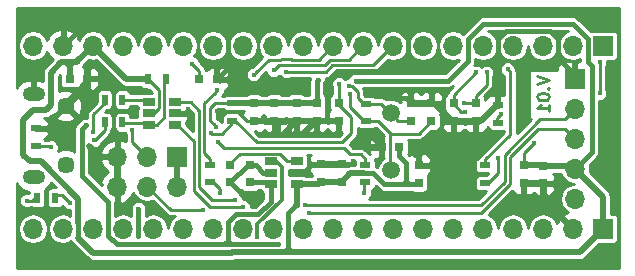
<source format=gbl>
%TF.GenerationSoftware,KiCad,Pcbnew,4.0.7*%
%TF.CreationDate,2018-01-16T14:15:25+08:00*%
%TF.ProjectId,STM32F401CCT6,53544D333246343031434354362E6B69,rev?*%
%TF.FileFunction,Copper,L2,Bot,Signal*%
%FSLAX46Y46*%
G04 Gerber Fmt 4.6, Leading zero omitted, Abs format (unit mm)*
G04 Created by KiCad (PCBNEW 4.0.7) date 01/16/18 14:15:25*
%MOMM*%
%LPD*%
G01*
G04 APERTURE LIST*
%ADD10C,0.100000*%
%ADD11C,0.250000*%
%ADD12C,1.500000*%
%ADD13R,1.700000X1.700000*%
%ADD14O,1.700000X1.700000*%
%ADD15R,0.500000X0.900000*%
%ADD16R,0.800000X0.750000*%
%ADD17R,0.750000X0.800000*%
%ADD18R,0.900000X0.500000*%
%ADD19R,1.060000X0.650000*%
%ADD20C,1.450000*%
%ADD21O,1.900000X1.200000*%
%ADD22C,0.453000*%
%ADD23C,0.400000*%
%ADD24C,0.500000*%
%ADD25C,0.300000*%
%ADD26C,0.254000*%
G04 APERTURE END LIST*
D10*
D11*
X44574381Y-6288191D02*
X45574381Y-6621524D01*
X44574381Y-6954858D01*
X45479143Y-7288191D02*
X45526762Y-7335810D01*
X45574381Y-7288191D01*
X45526762Y-7240572D01*
X45479143Y-7288191D01*
X45574381Y-7288191D01*
X44574381Y-7954857D02*
X44574381Y-8050096D01*
X44622000Y-8145334D01*
X44669619Y-8192953D01*
X44764857Y-8240572D01*
X44955333Y-8288191D01*
X45193429Y-8288191D01*
X45383905Y-8240572D01*
X45479143Y-8192953D01*
X45526762Y-8145334D01*
X45574381Y-8050096D01*
X45574381Y-7954857D01*
X45526762Y-7859619D01*
X45479143Y-7812000D01*
X45383905Y-7764381D01*
X45193429Y-7716762D01*
X44955333Y-7716762D01*
X44764857Y-7764381D01*
X44669619Y-7812000D01*
X44622000Y-7859619D01*
X44574381Y-7954857D01*
X45574381Y-9240572D02*
X45574381Y-8669143D01*
X45574381Y-8954857D02*
X44574381Y-8954857D01*
X44717238Y-8859619D01*
X44812476Y-8764381D01*
X44860095Y-8669143D01*
D12*
X32222000Y-14222000D03*
X32222000Y-9342000D03*
D13*
X47772000Y-6482000D03*
D14*
X47772000Y-9022000D03*
X47772000Y-11562000D03*
X47772000Y-14102000D03*
X47772000Y-16642000D03*
D15*
X2250000Y-16550000D03*
X3750000Y-16550000D03*
D16*
X31402000Y-12262000D03*
X32902000Y-12262000D03*
D17*
X34542000Y-13792000D03*
X34542000Y-15292000D03*
X45102000Y-15342000D03*
X45102000Y-13842000D03*
D16*
X6482000Y-6472000D03*
X4982000Y-6472000D03*
X15962000Y-6532000D03*
X17462000Y-6532000D03*
D18*
X16912000Y-13752000D03*
X16912000Y-15252000D03*
D17*
X18592000Y-15242000D03*
X18592000Y-13742000D03*
X20232000Y-13752000D03*
X20232000Y-15252000D03*
D19*
X22002000Y-15382000D03*
X22002000Y-14432000D03*
X22002000Y-13482000D03*
X24202000Y-13482000D03*
X24202000Y-15382000D03*
D17*
X26282000Y-13722000D03*
X26282000Y-15222000D03*
X28022000Y-13732000D03*
X28022000Y-15232000D03*
D18*
X30012000Y-13752000D03*
X30012000Y-15252000D03*
X40192000Y-13812000D03*
X40192000Y-15312000D03*
D17*
X43452000Y-15322000D03*
X43452000Y-13822000D03*
D18*
X41240000Y-8700000D03*
X41240000Y-10200000D03*
D17*
X37502000Y-10072000D03*
X37502000Y-8572000D03*
X35602000Y-8552000D03*
X35602000Y-10052000D03*
X33872000Y-8552000D03*
X33872000Y-10052000D03*
D18*
X30082000Y-10092000D03*
X30082000Y-8592000D03*
D17*
X27772000Y-10052000D03*
X27772000Y-8552000D03*
X20592000Y-10042000D03*
X20592000Y-8542000D03*
X25892000Y-10042000D03*
X25892000Y-8542000D03*
X22322000Y-10062000D03*
X22322000Y-8562000D03*
X24202000Y-10032000D03*
X24202000Y-8532000D03*
D18*
X18772000Y-8522000D03*
X18772000Y-10022000D03*
D15*
X13120000Y-6510000D03*
X11620000Y-6510000D03*
D19*
X13882000Y-8462000D03*
X13882000Y-9412000D03*
X13882000Y-10362000D03*
X11682000Y-10362000D03*
X11682000Y-8462000D03*
X11682000Y-9412000D03*
D15*
X9452000Y-10152000D03*
X7952000Y-10152000D03*
X9452000Y-8242000D03*
X7952000Y-8242000D03*
D18*
X2162000Y-10692000D03*
X2162000Y-12192000D03*
D13*
X50152000Y-19182000D03*
D14*
X47612000Y-19182000D03*
X45072000Y-19182000D03*
X42532000Y-19182000D03*
X39992000Y-19182000D03*
X37452000Y-19182000D03*
X34912000Y-19182000D03*
X32372000Y-19182000D03*
X29832000Y-19182000D03*
X27292000Y-19182000D03*
X24752000Y-19182000D03*
X22212000Y-19182000D03*
X19672000Y-19182000D03*
X17132000Y-19182000D03*
X14592000Y-19182000D03*
X12052000Y-19182000D03*
X9512000Y-19182000D03*
X6972000Y-19182000D03*
X4432000Y-19182000D03*
X1892000Y-19182000D03*
D13*
X50152000Y-3682000D03*
D14*
X47612000Y-3682000D03*
X45072000Y-3682000D03*
X42532000Y-3682000D03*
X39992000Y-3682000D03*
X37452000Y-3682000D03*
X34912000Y-3682000D03*
X32372000Y-3682000D03*
X29832000Y-3682000D03*
X27292000Y-3682000D03*
X24752000Y-3682000D03*
X22212000Y-3682000D03*
X19672000Y-3682000D03*
X17132000Y-3682000D03*
X14592000Y-3682000D03*
X12052000Y-3682000D03*
X9512000Y-3682000D03*
X6972000Y-3682000D03*
X4432000Y-3682000D03*
X1892000Y-3682000D03*
D13*
X14110000Y-13080000D03*
D14*
X14110000Y-15620000D03*
X11570000Y-13080000D03*
X11570000Y-15620000D03*
X9030000Y-13080000D03*
X9030000Y-15620000D03*
D17*
X39362000Y-10072000D03*
X39362000Y-8572000D03*
D20*
X4650000Y-8800000D03*
X4650000Y-13800000D03*
D21*
X1950000Y-7800000D03*
X1950000Y-14800000D03*
D22*
X22590000Y-20480000D03*
X4978642Y-16975358D03*
X6570000Y-15250000D03*
X6340000Y-10420000D03*
X11492000Y-7402000D03*
X33870000Y-12560000D03*
X20838457Y-16989442D03*
X26588588Y-6909077D03*
X6670448Y-12212992D03*
X9360000Y-7270000D03*
X29030000Y-12270000D03*
X15027782Y-9037708D03*
X17452000Y-9202000D03*
X29015525Y-13418475D03*
X32242000Y-8122000D03*
X6502000Y-5382000D03*
X21462000Y-9712000D03*
X23082000Y-11297010D03*
X23572000Y-10972000D03*
X22632000Y-11032000D03*
X30302000Y-11072000D03*
X49870000Y-7710000D03*
X27800000Y-6908502D03*
X16953502Y-11052880D03*
X49860000Y-5090000D03*
X38412000Y-8562000D03*
X40283765Y-5933765D03*
X38440000Y-9260000D03*
X39415637Y-5942266D03*
X28687278Y-7758528D03*
X28671321Y-7095929D03*
X41470000Y-9480000D03*
X41270499Y-13199915D03*
X10302000Y-10820499D03*
X17510000Y-11810000D03*
X17682000Y-16150500D03*
X16242233Y-17582233D03*
X42062000Y-5672000D03*
X23320000Y-5870009D03*
X22270000Y-5780000D03*
X20572000Y-6132000D03*
X24876565Y-17206504D03*
X25252000Y-17832000D03*
X19701956Y-17305509D03*
X18976246Y-16716246D03*
X29932000Y-16132000D03*
X17502000Y-7442000D03*
X7001522Y-10963120D03*
X3400000Y-12250000D03*
X7079495Y-11673617D03*
X15360000Y-5230000D03*
X1372000Y-16812000D03*
X20871991Y-19857000D03*
X10772000Y-21212000D03*
X10792000Y-19789009D03*
X10812000Y-17472000D03*
X26043686Y-6549227D03*
X49203895Y-7744652D03*
X29202000Y-6642000D03*
X17403613Y-10579794D03*
X24039145Y-17268683D03*
X29922000Y-14492000D03*
X44272000Y-11932000D03*
D23*
X22266181Y-20483500D02*
X22269681Y-20480000D01*
X18812000Y-20483500D02*
X22266181Y-20483500D01*
X22269681Y-20480000D02*
X22590000Y-20480000D01*
X6570000Y-15250000D02*
X8242000Y-16922000D01*
X10330492Y-20483508D02*
X10332000Y-20482000D01*
X10333508Y-20483508D02*
X18080492Y-20483508D01*
X8242000Y-16922000D02*
X8242000Y-19761988D01*
X10332000Y-20482000D02*
X10333508Y-20483508D01*
X8242000Y-19761988D02*
X8963520Y-20483508D01*
X8963520Y-20483508D02*
X10330492Y-20483508D01*
X22002000Y-15382000D02*
X22002000Y-16889209D01*
X22002000Y-16889209D02*
X20959200Y-17932009D01*
X18402000Y-18602012D02*
X18402000Y-20162000D01*
X20959200Y-17932009D02*
X19072003Y-17932009D01*
X19072003Y-17932009D02*
X18402000Y-18602012D01*
X18402000Y-20162000D02*
X18382000Y-20182000D01*
D11*
X3742000Y-16362000D02*
X4365284Y-16362000D01*
X4365284Y-16362000D02*
X4978642Y-16975358D01*
D23*
X18503516Y-20483500D02*
X18812000Y-20483500D01*
X18812000Y-20483500D02*
X18683500Y-20483500D01*
X18683500Y-20483500D02*
X18382000Y-20182000D01*
X18080492Y-20483508D02*
X18503508Y-20483508D01*
X18503508Y-20483508D02*
X18503516Y-20483500D01*
X18080492Y-20483508D02*
X18382000Y-20182000D01*
X6570000Y-15250000D02*
X6000000Y-14680000D01*
X18382000Y-20182000D02*
X18382000Y-20205508D01*
X18382000Y-20182000D02*
X18382000Y-20191508D01*
X18382000Y-20182000D02*
X18382000Y-20322000D01*
X20072000Y-15252000D02*
X21872000Y-15252000D01*
X21872000Y-15252000D02*
X22002000Y-15382000D01*
D11*
X22002000Y-15957000D02*
X22002000Y-15382000D01*
D23*
X6113501Y-10646499D02*
X6340000Y-10420000D01*
X6000000Y-14680000D02*
X6000000Y-10760000D01*
X6000000Y-10760000D02*
X6113501Y-10646499D01*
D24*
X6482000Y-6472000D02*
X6482000Y-6778000D01*
X6482000Y-6778000D02*
X4650000Y-8610000D01*
D11*
X6482000Y-6472000D02*
X6422000Y-6472000D01*
X4660000Y-8234000D02*
X4660000Y-8610000D01*
X4660000Y-8610000D02*
X4650000Y-8610000D01*
D24*
X47612000Y-19182000D02*
X45102000Y-16672000D01*
X45102000Y-16672000D02*
X45102000Y-15342000D01*
X43452000Y-15322000D02*
X45082000Y-15322000D01*
X45082000Y-15322000D02*
X45102000Y-15342000D01*
D11*
X9360000Y-7270000D02*
X9472000Y-7382000D01*
X11502000Y-7402000D02*
X11492000Y-7402000D01*
X9472000Y-7382000D02*
X11482000Y-7382000D01*
X11482000Y-7382000D02*
X11502000Y-7402000D01*
D23*
X34096499Y-12786499D02*
X33870000Y-12560000D01*
X34532000Y-13222000D02*
X34096499Y-12786499D01*
X34532000Y-13732000D02*
X34532000Y-13222000D01*
X20314458Y-16989442D02*
X20518138Y-16989442D01*
X18577016Y-15252000D02*
X20314458Y-16989442D01*
X20518138Y-16989442D02*
X20838457Y-16989442D01*
X33872000Y-8552000D02*
X33872000Y-8532000D01*
X33872000Y-8532000D02*
X33462000Y-8122000D01*
X32562319Y-8122000D02*
X32242000Y-8122000D01*
X33462000Y-8122000D02*
X32562319Y-8122000D01*
X26812000Y-10042000D02*
X26812000Y-7142000D01*
X26812000Y-7142000D02*
X26588588Y-6918588D01*
X26588588Y-6918588D02*
X26588588Y-6909077D01*
X27640657Y-5857008D02*
X26815087Y-6682578D01*
X33621991Y-3082003D02*
X33621991Y-4568009D01*
X32811988Y-2272000D02*
X33621991Y-3082003D01*
X26815087Y-6682578D02*
X26588588Y-6909077D01*
X33621991Y-4568009D02*
X32332992Y-5857008D01*
X32332992Y-5857008D02*
X27640657Y-5857008D01*
X18742000Y-2272000D02*
X32811988Y-2272000D01*
D24*
X6896947Y-12439491D02*
X6670448Y-12212992D01*
X9030000Y-13080000D02*
X7537456Y-13080000D01*
X7537456Y-13080000D02*
X6896947Y-12439491D01*
X29038000Y-12262000D02*
X29030000Y-12270000D01*
X31402000Y-12262000D02*
X29038000Y-12262000D01*
X41242000Y-8602000D02*
X41242000Y-8628000D01*
X41242000Y-8628000D02*
X39798000Y-10072000D01*
X39798000Y-10072000D02*
X39362000Y-10072000D01*
D23*
X18382000Y-2272000D02*
X18032000Y-2272000D01*
X18032000Y-2272000D02*
X5842000Y-2272000D01*
X18382000Y-2632000D02*
X18382000Y-2622000D01*
X18382000Y-2622000D02*
X18032000Y-2272000D01*
X18382000Y-2632000D02*
X18382000Y-2272000D01*
X18382000Y-5562000D02*
X18382000Y-2632000D01*
X18382000Y-2272000D02*
X18742000Y-2272000D01*
X18382000Y-2632000D02*
X18742000Y-2272000D01*
D11*
X13882000Y-9412000D02*
X14653490Y-9412000D01*
X14653490Y-9412000D02*
X15027782Y-9037708D01*
X20592000Y-10042000D02*
X19967000Y-10042000D01*
X19967000Y-10042000D02*
X19127000Y-9202000D01*
X19127000Y-9202000D02*
X17772319Y-9202000D01*
X17772319Y-9202000D02*
X17452000Y-9202000D01*
X17462000Y-6532000D02*
X17487000Y-6532000D01*
D23*
X17462000Y-6532000D02*
X17462000Y-6482000D01*
X17462000Y-6482000D02*
X18382000Y-5562000D01*
D11*
X17702000Y-6772000D02*
X17462000Y-6532000D01*
D24*
X37502000Y-10072000D02*
X39362000Y-10072000D01*
X35602000Y-8552000D02*
X35852000Y-8552000D01*
X37372000Y-10072000D02*
X37502000Y-10072000D01*
X35852000Y-8552000D02*
X37372000Y-10072000D01*
D11*
X43572000Y-15332000D02*
X43572000Y-15357000D01*
D23*
X25892000Y-10042000D02*
X26812000Y-10042000D01*
X26812000Y-10042000D02*
X27762000Y-10042000D01*
X27762000Y-10042000D02*
X27772000Y-10052000D01*
D11*
X13882000Y-9412000D02*
X13488396Y-9412000D01*
D24*
X25892000Y-10042000D02*
X25976984Y-10042000D01*
D23*
X47772000Y-6482000D02*
X47772000Y-6204791D01*
X47772000Y-6204791D02*
X46321991Y-4754782D01*
X46321991Y-4754782D02*
X46321991Y-3082003D01*
X46321991Y-3082003D02*
X45671997Y-2432009D01*
X41932003Y-2432009D02*
X41241991Y-3122021D01*
X45671997Y-2432009D02*
X41932003Y-2432009D01*
X41241991Y-3122021D02*
X41241991Y-8591991D01*
X41241991Y-8591991D02*
X41262000Y-8612000D01*
D11*
X43592000Y-15312000D02*
X43572000Y-15332000D01*
D23*
X20072000Y-13752000D02*
X20112000Y-13792000D01*
X20112000Y-13792000D02*
X20752000Y-13792000D01*
X20752000Y-13792000D02*
X21392000Y-14432000D01*
X21392000Y-14432000D02*
X22002000Y-14432000D01*
X18572000Y-15252000D02*
X20072000Y-13752000D01*
X5842000Y-2272000D02*
X5281999Y-2832001D01*
X5281999Y-2832001D02*
X4432000Y-3682000D01*
X29015525Y-13513475D02*
X29015525Y-13418475D01*
X28022000Y-13732000D02*
X28797000Y-13732000D01*
X28797000Y-13732000D02*
X29015525Y-13513475D01*
D25*
X25892000Y-10042000D02*
X25892000Y-9946984D01*
D24*
X21482000Y-10052000D02*
X20602000Y-10052000D01*
X6482000Y-6472000D02*
X6482000Y-5402000D01*
X6482000Y-5402000D02*
X6502000Y-5382000D01*
X24687000Y-11272000D02*
X23107000Y-11272000D01*
X25882000Y-10077000D02*
X24687000Y-11272000D01*
X23107000Y-11272000D02*
X23082000Y-11247000D01*
X31402000Y-12262000D02*
X31402000Y-12172000D01*
X31402000Y-12172000D02*
X30302000Y-11072000D01*
X25882000Y-10052000D02*
X25882000Y-10077000D01*
X22632000Y-11032000D02*
X22632000Y-10372000D01*
X22632000Y-10372000D02*
X22322000Y-10062000D01*
X23572000Y-10972000D02*
X23572000Y-10612000D01*
X23572000Y-10612000D02*
X24122000Y-10062000D01*
X21482000Y-10052000D02*
X22312000Y-10052000D01*
X21462000Y-9712000D02*
X21462000Y-10032000D01*
X21462000Y-10032000D02*
X21482000Y-10052000D01*
X22312000Y-10052000D02*
X22322000Y-10062000D01*
X24122000Y-10062000D02*
X22322000Y-10062000D01*
X25882000Y-10052000D02*
X24132000Y-10052000D01*
X24132000Y-10052000D02*
X24122000Y-10062000D01*
X26282000Y-13722000D02*
X28012000Y-13722000D01*
X28012000Y-13722000D02*
X28022000Y-13732000D01*
X9030000Y-13080000D02*
X9030000Y-15620000D01*
X33872000Y-8552000D02*
X35602000Y-8552000D01*
D11*
X24661990Y-11297010D02*
X25882000Y-10077000D01*
X22605332Y-10345332D02*
X22322000Y-10062000D01*
X25882000Y-10052000D02*
X25882000Y-9922000D01*
X41232000Y-3213012D02*
X42063010Y-2382002D01*
X33872000Y-8552000D02*
X35582000Y-8552000D01*
X35582000Y-8552000D02*
X35592000Y-8562000D01*
X24202000Y-13482000D02*
X23422000Y-13482000D01*
X23422000Y-13482000D02*
X22762002Y-12822002D01*
X22762002Y-12822002D02*
X19411998Y-12822002D01*
X19411998Y-12822002D02*
X18512000Y-13722000D01*
X18512000Y-13722000D02*
X18512000Y-13742000D01*
X49860000Y-5090000D02*
X49860000Y-7700000D01*
X49860000Y-7700000D02*
X49870000Y-7710000D01*
X27772000Y-6936502D02*
X27800000Y-6908502D01*
X27772000Y-8552000D02*
X27772000Y-6936502D01*
X18772000Y-10022000D02*
X18772000Y-10238000D01*
X17044113Y-11143491D02*
X16953502Y-11052880D01*
X18772000Y-10238000D02*
X17866509Y-11143491D01*
X17866509Y-11143491D02*
X17044113Y-11143491D01*
X27772000Y-8552000D02*
X27772000Y-8692016D01*
X27772000Y-8692016D02*
X28822000Y-9742016D01*
X28822000Y-9742016D02*
X28822000Y-11106910D01*
X28822000Y-11106910D02*
X28056910Y-11872000D01*
X28056910Y-11872000D02*
X20822000Y-11872000D01*
X20822000Y-11872000D02*
X18972000Y-10022000D01*
X18972000Y-10022000D02*
X18772000Y-10022000D01*
X27772000Y-8738736D02*
X27772000Y-8672000D01*
X40283765Y-5933765D02*
X40283765Y-6512000D01*
X40283765Y-6512000D02*
X40283765Y-6690235D01*
X40283765Y-7000235D02*
X40283765Y-6512000D01*
X39362000Y-8572000D02*
X39362000Y-7922000D01*
X39362000Y-7922000D02*
X40283765Y-7000235D01*
X38412000Y-8562000D02*
X39352000Y-8562000D01*
X39352000Y-8562000D02*
X39362000Y-8572000D01*
X38165000Y-9260000D02*
X38440000Y-9260000D01*
X37502000Y-8597000D02*
X38165000Y-9260000D01*
X37502000Y-8572000D02*
X37502000Y-8597000D01*
X37502000Y-8572000D02*
X37502000Y-7855903D01*
X37502000Y-7855903D02*
X39415637Y-5942266D01*
X31132000Y-10092000D02*
X29872000Y-10092000D01*
X32172000Y-11132000D02*
X31132000Y-10092000D01*
X29872000Y-10092000D02*
X28687278Y-8907278D01*
X28687278Y-8907278D02*
X28687278Y-8076726D01*
X28687278Y-8076726D02*
X28687278Y-7758528D01*
X32362000Y-11132000D02*
X34547000Y-11132000D01*
X32172000Y-11132000D02*
X32362000Y-11132000D01*
X32142000Y-11132000D02*
X32142000Y-11272000D01*
X32142000Y-11272000D02*
X32142000Y-14222000D01*
X32362000Y-11132000D02*
X32282000Y-11132000D01*
X32282000Y-11132000D02*
X32142000Y-11272000D01*
X32172000Y-11132000D02*
X32172000Y-11122000D01*
X32172000Y-11122000D02*
X32162000Y-11112000D01*
X32162000Y-11112000D02*
X32142000Y-11132000D01*
X34547000Y-11132000D02*
X35602000Y-10077000D01*
X35602000Y-10077000D02*
X35602000Y-10052000D01*
X35592000Y-10062000D02*
X35592000Y-10087000D01*
X35592000Y-10087000D02*
X34547000Y-11132000D01*
X29382000Y-7615988D02*
X28861941Y-7095929D01*
X28861941Y-7095929D02*
X28671321Y-7095929D01*
X29882000Y-8592000D02*
X29382000Y-8092000D01*
X30082000Y-8592000D02*
X29882000Y-8592000D01*
X29382000Y-8092000D02*
X29382000Y-7615988D01*
X30082000Y-8592000D02*
X31392000Y-8592000D01*
X31392000Y-8592000D02*
X32142000Y-9342000D01*
X32812000Y-10062000D02*
X32812000Y-10012000D01*
X32812000Y-10012000D02*
X32142000Y-9342000D01*
X33832000Y-10062000D02*
X32812000Y-10062000D01*
X32812000Y-10062000D02*
X32072000Y-9322000D01*
X41243501Y-9706499D02*
X41470000Y-9480000D01*
X41162000Y-9788000D02*
X41243501Y-9706499D01*
X41162000Y-10092000D02*
X41162000Y-9788000D01*
X41270499Y-13520234D02*
X41270499Y-13199915D01*
X41270499Y-14433501D02*
X41270499Y-13520234D01*
X40192000Y-15312000D02*
X40392000Y-15312000D01*
X40392000Y-15312000D02*
X41270499Y-14433501D01*
X10302000Y-11812000D02*
X10302000Y-11140818D01*
X10302000Y-11140818D02*
X10302000Y-10820499D01*
X11570000Y-13080000D02*
X10302000Y-11812000D01*
X17736499Y-12036499D02*
X17510000Y-11810000D01*
X28750808Y-12866984D02*
X28255827Y-12372003D01*
X30012000Y-13252000D02*
X29626984Y-12866984D01*
X30012000Y-13752000D02*
X30012000Y-13252000D01*
X28255827Y-12372003D02*
X18072003Y-12372003D01*
X29626984Y-12866984D02*
X28750808Y-12866984D01*
X18072003Y-12372003D02*
X17736499Y-12036499D01*
X30022000Y-13692000D02*
X30022000Y-13645011D01*
X17682000Y-15822000D02*
X17682000Y-15830181D01*
X17112000Y-15252000D02*
X17682000Y-15822000D01*
X17682000Y-15830181D02*
X17682000Y-16150500D01*
X16912000Y-15252000D02*
X17112000Y-15252000D01*
X16242233Y-17582233D02*
X13532233Y-17582233D01*
X13532233Y-17582233D02*
X11570000Y-15620000D01*
X40192000Y-13312000D02*
X42288499Y-11215501D01*
X42288499Y-5898499D02*
X42062000Y-5672000D01*
X40192000Y-13812000D02*
X40192000Y-13312000D01*
X42288499Y-11215501D02*
X42288499Y-5898499D01*
X23640319Y-5870009D02*
X23320000Y-5870009D01*
X26703705Y-5870009D02*
X23640319Y-5870009D01*
X27241706Y-5332008D02*
X26703705Y-5870009D01*
X30691992Y-5332008D02*
X27241706Y-5332008D01*
X32372000Y-3652000D02*
X30691992Y-5332008D01*
X29832000Y-3652000D02*
X28601993Y-4882007D01*
X28601993Y-4882007D02*
X27049031Y-4882007D01*
X26612529Y-5318509D02*
X22725491Y-5318509D01*
X27049031Y-4882007D02*
X26612529Y-5318509D01*
X22725491Y-5318509D02*
X22270000Y-5774000D01*
X22270000Y-5774000D02*
X22270000Y-5780000D01*
X20798499Y-5905501D02*
X20572000Y-6132000D01*
X21845492Y-4858508D02*
X20798499Y-5905501D01*
X23791113Y-4858508D02*
X23771113Y-4838508D01*
X26085492Y-4858508D02*
X23791113Y-4858508D01*
X27292000Y-3652000D02*
X26085492Y-4858508D01*
X22868887Y-4838508D02*
X22848887Y-4858508D01*
X22848887Y-4858508D02*
X21845492Y-4858508D01*
X23771113Y-4838508D02*
X22868887Y-4838508D01*
X47772000Y-9022000D02*
X46892000Y-9902000D01*
X46892000Y-9902000D02*
X44819395Y-9902000D01*
X44819395Y-9902000D02*
X41821999Y-12899396D01*
X41821999Y-12899396D02*
X41821999Y-15182711D01*
X41821999Y-15182711D02*
X39798206Y-17206504D01*
X39798206Y-17206504D02*
X25196884Y-17206504D01*
X25196884Y-17206504D02*
X24876565Y-17206504D01*
X42272000Y-13085792D02*
X42272000Y-15382000D01*
X39822000Y-17832000D02*
X25572319Y-17832000D01*
X25572319Y-17832000D02*
X25252000Y-17832000D01*
X42272000Y-15382000D02*
X39822000Y-17832000D01*
X46922001Y-10712001D02*
X44645791Y-10712001D01*
X47772000Y-11562000D02*
X46922001Y-10712001D01*
X44645791Y-10712001D02*
X42272000Y-13085792D01*
X13882000Y-10362000D02*
X14087000Y-10362000D01*
X14087000Y-10362000D02*
X15502000Y-11777000D01*
X15502000Y-11777000D02*
X15502000Y-15962000D01*
X15502000Y-15962000D02*
X16845509Y-17305509D01*
X16845509Y-17305509D02*
X19381637Y-17305509D01*
X19381637Y-17305509D02*
X19701956Y-17305509D01*
X13882000Y-8462000D02*
X15232000Y-8462000D01*
X15232000Y-8462000D02*
X15952001Y-9182001D01*
X17016246Y-16716246D02*
X18655927Y-16716246D01*
X15952001Y-9182001D02*
X15952001Y-15652001D01*
X15952001Y-15652001D02*
X17016246Y-16716246D01*
X18655927Y-16716246D02*
X18976246Y-16716246D01*
X11682000Y-8462000D02*
X11462000Y-8242000D01*
X11462000Y-8242000D02*
X9452000Y-8242000D01*
X11682000Y-10362000D02*
X12362000Y-10362000D01*
X9452000Y-10152000D02*
X9562000Y-10262000D01*
X9562000Y-10262000D02*
X11582000Y-10262000D01*
X11582000Y-10262000D02*
X11682000Y-10362000D01*
X12362000Y-10362000D02*
X13002000Y-9722000D01*
X13002000Y-9722000D02*
X13002000Y-6932000D01*
X29932000Y-15282000D02*
X29932000Y-16132000D01*
X30022000Y-15192000D02*
X29932000Y-15282000D01*
X17275501Y-7668499D02*
X17502000Y-7442000D01*
X16402002Y-8541998D02*
X17275501Y-7668499D01*
X16402002Y-12742002D02*
X16402002Y-8541998D01*
X16912000Y-13752000D02*
X16912000Y-13252000D01*
X16912000Y-13252000D02*
X16402002Y-12742002D01*
X7952000Y-8242000D02*
X7952000Y-8542000D01*
X7952000Y-8542000D02*
X7001522Y-9492478D01*
X7001522Y-9492478D02*
X7001522Y-10963120D01*
X3342000Y-12192000D02*
X3400000Y-12250000D01*
X2162000Y-12192000D02*
X3342000Y-12192000D01*
X7130383Y-11673617D02*
X7079495Y-11673617D01*
X7952000Y-10852000D02*
X7130383Y-11673617D01*
X7952000Y-10152000D02*
X7952000Y-10852000D01*
X15586499Y-5456499D02*
X15360000Y-5230000D01*
X15962000Y-5832000D02*
X15586499Y-5456499D01*
X15962000Y-6532000D02*
X15962000Y-5832000D01*
X1372000Y-16812000D02*
X1792000Y-16812000D01*
X1792000Y-16812000D02*
X2242000Y-16362000D01*
D25*
X20871991Y-19536681D02*
X20871991Y-19857000D01*
X22952009Y-13972009D02*
X22952009Y-16717017D01*
X22462000Y-13482000D02*
X22952009Y-13972009D01*
X20871991Y-18797035D02*
X20871991Y-19536681D01*
X22952009Y-16717017D02*
X20871991Y-18797035D01*
X22002000Y-13482000D02*
X22462000Y-13482000D01*
D11*
X23461991Y-20682000D02*
X23461991Y-20750000D01*
X23461991Y-20750000D02*
X23052000Y-21159991D01*
D24*
X5722000Y-18662000D02*
X5722000Y-16622000D01*
X5722000Y-16622000D02*
X2550000Y-13450000D01*
X1080000Y-12900000D02*
X1080000Y-9970000D01*
X1900000Y-9150000D02*
X2970000Y-9150000D01*
X2550000Y-13450000D02*
X1630000Y-13450000D01*
X1630000Y-13450000D02*
X1080000Y-12900000D01*
X1080000Y-9970000D02*
X1900000Y-9150000D01*
X2970000Y-9150000D02*
X3390000Y-8730000D01*
X3390000Y-8730000D02*
X3390000Y-5970000D01*
X4298000Y-5062000D02*
X4662000Y-5062000D01*
X3390000Y-5970000D02*
X4298000Y-5062000D01*
X4662000Y-5062000D02*
X4992000Y-5062000D01*
X4982000Y-5382000D02*
X4662000Y-5062000D01*
X4982000Y-5072000D02*
X4982000Y-5432000D01*
X4992000Y-5062000D02*
X4982000Y-5072000D01*
X4992000Y-5062000D02*
X5562000Y-5062000D01*
X5562000Y-5062000D02*
X5682000Y-4942000D01*
X4982000Y-5432000D02*
X4982000Y-5382000D01*
X4982000Y-5432000D02*
X4982000Y-5402000D01*
X4982000Y-5402000D02*
X5292000Y-5092000D01*
X10772000Y-21212000D02*
X6982000Y-21212000D01*
X6982000Y-21212000D02*
X5722000Y-19952000D01*
X5722000Y-19952000D02*
X5702000Y-19932000D01*
D23*
X5722000Y-18662000D02*
X5702000Y-18682000D01*
X5702000Y-18682000D02*
X5702000Y-19932000D01*
D24*
X10772000Y-21212000D02*
X18694254Y-21212000D01*
D23*
X10812000Y-17792319D02*
X10792000Y-17812319D01*
D11*
X10792000Y-19817008D02*
X10792000Y-19789009D01*
D23*
X10812000Y-17472000D02*
X10812000Y-17792319D01*
X10792000Y-17812319D02*
X10792000Y-19789009D01*
D11*
X10812000Y-19837008D02*
X10792000Y-19817008D01*
X33772000Y-15412000D02*
X33772000Y-15352000D01*
X33772000Y-15352000D02*
X33492000Y-15072000D01*
D23*
X33492000Y-13627000D02*
X33492000Y-15072000D01*
X33492000Y-15072000D02*
X33492000Y-15292000D01*
D11*
X33032000Y-15412000D02*
X33152000Y-15412000D01*
X33152000Y-15412000D02*
X33492000Y-15072000D01*
D23*
X34352000Y-15412000D02*
X33772000Y-15412000D01*
X33492000Y-15292000D02*
X33372000Y-15412000D01*
X32902000Y-12262000D02*
X32902000Y-13037000D01*
X32902000Y-13037000D02*
X33492000Y-13627000D01*
X23461991Y-20682000D02*
X23461991Y-20839982D01*
X23461991Y-20839982D02*
X23782000Y-21159991D01*
D24*
X23052000Y-21159991D02*
X23452000Y-21159991D01*
X18746263Y-21159991D02*
X23052000Y-21159991D01*
D23*
X23461991Y-20682000D02*
X23461991Y-21150000D01*
X23461991Y-18582003D02*
X23461991Y-20682000D01*
D24*
X23452000Y-21159991D02*
X23782000Y-21159991D01*
X23782000Y-21159991D02*
X48174009Y-21159991D01*
D23*
X23456491Y-17851337D02*
X23456491Y-18576503D01*
X23456491Y-18576503D02*
X23461991Y-18582003D01*
X23461991Y-21150000D02*
X23452000Y-21159991D01*
D24*
X18694254Y-21212000D02*
X18746263Y-21159991D01*
X48174009Y-21159991D02*
X50152000Y-19182000D01*
D11*
X43452000Y-13822000D02*
X43452000Y-12752000D01*
X44045501Y-12158499D02*
X44272000Y-11932000D01*
X43452000Y-12752000D02*
X44045501Y-12158499D01*
D24*
X47512000Y-13842000D02*
X47772000Y-14102000D01*
X43452000Y-13822000D02*
X45082000Y-13822000D01*
X47772000Y-14102000D02*
X47532000Y-13862000D01*
X5532000Y-5092000D02*
X6942000Y-3682000D01*
X6942000Y-3682000D02*
X6972000Y-3682000D01*
X47772000Y-14102000D02*
X50152000Y-16482000D01*
X50152000Y-16482000D02*
X50152000Y-19182000D01*
D23*
X49203895Y-7744652D02*
X49203895Y-12670105D01*
X49203895Y-12670105D02*
X48621999Y-13252001D01*
X48621999Y-13252001D02*
X47772000Y-14102000D01*
X48861991Y-5021991D02*
X49203895Y-5363895D01*
X49203895Y-7424333D02*
X49203895Y-7744652D01*
X49203895Y-5363895D02*
X49203895Y-7424333D01*
D24*
X6972000Y-3682000D02*
X9800000Y-6510000D01*
D23*
X48861991Y-5021991D02*
X48861991Y-3082003D01*
X48861991Y-3082003D02*
X47611997Y-1832009D01*
X37052000Y-6642000D02*
X29520198Y-6642000D01*
X47611997Y-1832009D02*
X39992003Y-1832009D01*
X39992003Y-1832009D02*
X38701991Y-3122021D01*
X38701991Y-3122021D02*
X38701991Y-4992009D01*
X38701991Y-4992009D02*
X37052000Y-6642000D01*
X29520198Y-6642000D02*
X29202000Y-6642000D01*
X48962000Y-5122000D02*
X48861991Y-5021991D01*
D11*
X50132000Y-19222000D02*
X50152000Y-19222000D01*
X50142000Y-19222000D02*
X50152000Y-19222000D01*
D23*
X25892000Y-6700913D02*
X26043686Y-6549227D01*
D11*
X17177114Y-10353295D02*
X17403613Y-10579794D01*
D23*
X24039145Y-17268683D02*
X23456491Y-17851337D01*
D24*
X5292000Y-5092000D02*
X5532000Y-5092000D01*
D23*
X24202000Y-17147404D02*
X24080721Y-17268683D01*
X24080721Y-17268683D02*
X24039145Y-17268683D01*
D11*
X16900508Y-8937283D02*
X16900508Y-10076689D01*
X17315791Y-8522000D02*
X16900508Y-8937283D01*
X16900508Y-10076689D02*
X17177114Y-10353295D01*
D24*
X45102000Y-13842000D02*
X47512000Y-13842000D01*
X45082000Y-13822000D02*
X45102000Y-13842000D01*
X4982000Y-5432000D02*
X4982000Y-6472000D01*
D23*
X33772000Y-15412000D02*
X33372000Y-15412000D01*
X33032000Y-15412000D02*
X31630012Y-15412000D01*
X33372000Y-15412000D02*
X33032000Y-15412000D01*
D11*
X33032000Y-15412000D02*
X33032000Y-15342000D01*
D24*
X14110000Y-13080000D02*
X14110000Y-15620000D01*
D23*
X25892000Y-8542000D02*
X25892000Y-6700913D01*
D11*
X18772000Y-8522000D02*
X17315791Y-8522000D01*
D24*
X24202000Y-15382000D02*
X24202000Y-17147404D01*
D23*
X34532000Y-15232000D02*
X34352000Y-15412000D01*
X31630012Y-15412000D02*
X30710012Y-14492000D01*
X30710012Y-14492000D02*
X29922000Y-14492000D01*
D24*
X24222000Y-8532000D02*
X25882000Y-8532000D01*
X25882000Y-8532000D02*
X25892000Y-8542000D01*
X28022000Y-15232000D02*
X28762000Y-14492000D01*
X28762000Y-14492000D02*
X29922000Y-14492000D01*
X26282000Y-15222000D02*
X28012000Y-15222000D01*
X28012000Y-15222000D02*
X28022000Y-15232000D01*
X24202000Y-15382000D02*
X26122000Y-15382000D01*
X26122000Y-15382000D02*
X26282000Y-15222000D01*
X18772000Y-8522000D02*
X20572000Y-8522000D01*
X20572000Y-8522000D02*
X20602000Y-8552000D01*
X22322000Y-8562000D02*
X20612000Y-8562000D01*
X20612000Y-8562000D02*
X20602000Y-8552000D01*
X24122000Y-8562000D02*
X22322000Y-8562000D01*
D11*
X26392000Y-15222000D02*
X28012000Y-15222000D01*
X25872000Y-8562000D02*
X25882000Y-8552000D01*
D24*
X9800000Y-6510000D02*
X11620000Y-6510000D01*
D11*
X12550000Y-7450000D02*
X11620000Y-6520000D01*
X11620000Y-6520000D02*
X11620000Y-6510000D01*
X12550000Y-8964000D02*
X12550000Y-7450000D01*
D25*
X32902000Y-12262000D02*
X32942000Y-12262000D01*
D11*
X11682000Y-9412000D02*
X12102000Y-9412000D01*
X12102000Y-9412000D02*
X12550000Y-8964000D01*
D26*
G36*
X51498000Y-22498000D02*
X502000Y-22498000D01*
X502000Y-15328424D01*
X636920Y-15583474D01*
X1010053Y-15892390D01*
X1473000Y-16035000D01*
X1577798Y-16035000D01*
X1564635Y-16100000D01*
X1564635Y-16184390D01*
X1502560Y-16158614D01*
X1242581Y-16158387D01*
X1002305Y-16257666D01*
X818313Y-16441339D01*
X718614Y-16681440D01*
X718387Y-16941419D01*
X817666Y-17181695D01*
X1001339Y-17365687D01*
X1241440Y-17465386D01*
X1501419Y-17465613D01*
X1741695Y-17366334D01*
X1744033Y-17364000D01*
X1776374Y-17364000D01*
X1830619Y-17401064D01*
X2000000Y-17435365D01*
X2500000Y-17435365D01*
X2658237Y-17405591D01*
X2803567Y-17312073D01*
X2901064Y-17169381D01*
X2935365Y-17000000D01*
X2935365Y-16100000D01*
X2905591Y-15941763D01*
X2876488Y-15896536D01*
X2889947Y-15892390D01*
X3263080Y-15583474D01*
X3423257Y-15280679D01*
X3807212Y-15664635D01*
X3500000Y-15664635D01*
X3341763Y-15694409D01*
X3196433Y-15787927D01*
X3098936Y-15930619D01*
X3064635Y-16100000D01*
X3064635Y-17000000D01*
X3094409Y-17158237D01*
X3187927Y-17303567D01*
X3330619Y-17401064D01*
X3500000Y-17435365D01*
X4000000Y-17435365D01*
X4158237Y-17405591D01*
X4303567Y-17312073D01*
X4370316Y-17214382D01*
X4424308Y-17345053D01*
X4607981Y-17529045D01*
X4848082Y-17628744D01*
X5045000Y-17628916D01*
X5045000Y-18060251D01*
X4920687Y-17977188D01*
X4432000Y-17879982D01*
X3943313Y-17977188D01*
X3529025Y-18254007D01*
X3252206Y-18668295D01*
X3162000Y-19121791D01*
X3071794Y-18668295D01*
X2794975Y-18254007D01*
X2380687Y-17977188D01*
X1892000Y-17879982D01*
X1403313Y-17977188D01*
X989025Y-18254007D01*
X712206Y-18668295D01*
X615000Y-19156982D01*
X615000Y-19207018D01*
X712206Y-19695705D01*
X989025Y-20109993D01*
X1403313Y-20386812D01*
X1892000Y-20484018D01*
X2380687Y-20386812D01*
X2794975Y-20109993D01*
X3071794Y-19695705D01*
X3162000Y-19242209D01*
X3252206Y-19695705D01*
X3529025Y-20109993D01*
X3943313Y-20386812D01*
X4432000Y-20484018D01*
X4920687Y-20386812D01*
X5118849Y-20254404D01*
X5223289Y-20410711D01*
X6503289Y-21690711D01*
X6722923Y-21837466D01*
X6982000Y-21889000D01*
X18694254Y-21889000D01*
X18953331Y-21837466D01*
X18954042Y-21836991D01*
X48174009Y-21836991D01*
X48433086Y-21785457D01*
X48652720Y-21638702D01*
X49824058Y-20467365D01*
X51002000Y-20467365D01*
X51160237Y-20437591D01*
X51305567Y-20344073D01*
X51403064Y-20201381D01*
X51437365Y-20032000D01*
X51437365Y-18332000D01*
X51407591Y-18173763D01*
X51314073Y-18028433D01*
X51171381Y-17930936D01*
X51002000Y-17896635D01*
X50829000Y-17896635D01*
X50829000Y-16482000D01*
X50777466Y-16222923D01*
X50630711Y-16003289D01*
X49016846Y-14389424D01*
X49074018Y-14102000D01*
X49005114Y-13755598D01*
X49647251Y-13113461D01*
X49670795Y-13078225D01*
X49783167Y-12910048D01*
X49830895Y-12670105D01*
X49830895Y-8363466D01*
X49999419Y-8363613D01*
X50239695Y-8264334D01*
X50423687Y-8080661D01*
X50523386Y-7840560D01*
X50523613Y-7580581D01*
X50424334Y-7340305D01*
X50412000Y-7327950D01*
X50412000Y-5462345D01*
X50413687Y-5460661D01*
X50513386Y-5220560D01*
X50513607Y-4967365D01*
X51002000Y-4967365D01*
X51160237Y-4937591D01*
X51305567Y-4844073D01*
X51403064Y-4701381D01*
X51437365Y-4532000D01*
X51437365Y-2832000D01*
X51407591Y-2673763D01*
X51314073Y-2528433D01*
X51171381Y-2430936D01*
X51002000Y-2396635D01*
X49302000Y-2396635D01*
X49143763Y-2426409D01*
X49112942Y-2446242D01*
X48055353Y-1388653D01*
X47851940Y-1252737D01*
X47611997Y-1205009D01*
X39992003Y-1205009D01*
X39752060Y-1252737D01*
X39548647Y-1388653D01*
X38258635Y-2678665D01*
X38253568Y-2686249D01*
X37940687Y-2477188D01*
X37452000Y-2379982D01*
X36963313Y-2477188D01*
X36549025Y-2754007D01*
X36272206Y-3168295D01*
X36182000Y-3621791D01*
X36091794Y-3168295D01*
X35814975Y-2754007D01*
X35400687Y-2477188D01*
X34912000Y-2379982D01*
X34423313Y-2477188D01*
X34009025Y-2754007D01*
X33732206Y-3168295D01*
X33642000Y-3621791D01*
X33551794Y-3168295D01*
X33274975Y-2754007D01*
X32860687Y-2477188D01*
X32372000Y-2379982D01*
X31883313Y-2477188D01*
X31469025Y-2754007D01*
X31192206Y-3168295D01*
X31102000Y-3621791D01*
X31011794Y-3168295D01*
X30734975Y-2754007D01*
X30320687Y-2477188D01*
X29832000Y-2379982D01*
X29343313Y-2477188D01*
X28929025Y-2754007D01*
X28652206Y-3168295D01*
X28562000Y-3621791D01*
X28471794Y-3168295D01*
X28194975Y-2754007D01*
X27780687Y-2477188D01*
X27292000Y-2379982D01*
X26803313Y-2477188D01*
X26389025Y-2754007D01*
X26112206Y-3168295D01*
X26022000Y-3621791D01*
X25931794Y-3168295D01*
X25654975Y-2754007D01*
X25240687Y-2477188D01*
X24752000Y-2379982D01*
X24263313Y-2477188D01*
X23849025Y-2754007D01*
X23572206Y-3168295D01*
X23482000Y-3621791D01*
X23391794Y-3168295D01*
X23114975Y-2754007D01*
X22700687Y-2477188D01*
X22212000Y-2379982D01*
X21723313Y-2477188D01*
X21309025Y-2754007D01*
X21032206Y-3168295D01*
X20942000Y-3621791D01*
X20851794Y-3168295D01*
X20574975Y-2754007D01*
X20160687Y-2477188D01*
X19672000Y-2379982D01*
X19183313Y-2477188D01*
X18769025Y-2754007D01*
X18492206Y-3168295D01*
X18402000Y-3621791D01*
X18311794Y-3168295D01*
X18034975Y-2754007D01*
X17620687Y-2477188D01*
X17132000Y-2379982D01*
X16643313Y-2477188D01*
X16229025Y-2754007D01*
X15952206Y-3168295D01*
X15862000Y-3621791D01*
X15771794Y-3168295D01*
X15494975Y-2754007D01*
X15080687Y-2477188D01*
X14592000Y-2379982D01*
X14103313Y-2477188D01*
X13689025Y-2754007D01*
X13412206Y-3168295D01*
X13322000Y-3621791D01*
X13231794Y-3168295D01*
X12954975Y-2754007D01*
X12540687Y-2477188D01*
X12052000Y-2379982D01*
X11563313Y-2477188D01*
X11149025Y-2754007D01*
X10872206Y-3168295D01*
X10782000Y-3621791D01*
X10691794Y-3168295D01*
X10414975Y-2754007D01*
X10000687Y-2477188D01*
X9512000Y-2379982D01*
X9023313Y-2477188D01*
X8609025Y-2754007D01*
X8332206Y-3168295D01*
X8242000Y-3621791D01*
X8151794Y-3168295D01*
X7874975Y-2754007D01*
X7460687Y-2477188D01*
X6972000Y-2379982D01*
X6483313Y-2477188D01*
X6069025Y-2754007D01*
X5796691Y-3161583D01*
X5627183Y-2800642D01*
X5198924Y-2410355D01*
X4788890Y-2240524D01*
X4559000Y-2361845D01*
X4559000Y-3555000D01*
X4579000Y-3555000D01*
X4579000Y-3809000D01*
X4559000Y-3809000D01*
X4559000Y-3829000D01*
X4305000Y-3829000D01*
X4305000Y-3809000D01*
X4285000Y-3809000D01*
X4285000Y-3555000D01*
X4305000Y-3555000D01*
X4305000Y-2361845D01*
X4075110Y-2240524D01*
X3665076Y-2410355D01*
X3236817Y-2800642D01*
X3067309Y-3161583D01*
X2794975Y-2754007D01*
X2380687Y-2477188D01*
X1892000Y-2379982D01*
X1403313Y-2477188D01*
X989025Y-2754007D01*
X712206Y-3168295D01*
X615000Y-3656982D01*
X615000Y-3707018D01*
X712206Y-4195705D01*
X989025Y-4609993D01*
X1403313Y-4886812D01*
X1892000Y-4984018D01*
X2380687Y-4886812D01*
X2794975Y-4609993D01*
X3067309Y-4202417D01*
X3236817Y-4563358D01*
X3551991Y-4850587D01*
X2911289Y-5491289D01*
X2764534Y-5710923D01*
X2713000Y-5970000D01*
X2713000Y-6653102D01*
X2427000Y-6565000D01*
X2077000Y-6565000D01*
X2077000Y-7673000D01*
X2097000Y-7673000D01*
X2097000Y-7927000D01*
X2077000Y-7927000D01*
X2077000Y-7947000D01*
X1823000Y-7947000D01*
X1823000Y-7927000D01*
X1803000Y-7927000D01*
X1803000Y-7673000D01*
X1823000Y-7673000D01*
X1823000Y-6565000D01*
X1473000Y-6565000D01*
X1010053Y-6707610D01*
X636920Y-7016526D01*
X502000Y-7271576D01*
X502000Y-502000D01*
X51498000Y-502000D01*
X51498000Y-22498000D01*
X51498000Y-22498000D01*
G37*
X51498000Y-22498000D02*
X502000Y-22498000D01*
X502000Y-15328424D01*
X636920Y-15583474D01*
X1010053Y-15892390D01*
X1473000Y-16035000D01*
X1577798Y-16035000D01*
X1564635Y-16100000D01*
X1564635Y-16184390D01*
X1502560Y-16158614D01*
X1242581Y-16158387D01*
X1002305Y-16257666D01*
X818313Y-16441339D01*
X718614Y-16681440D01*
X718387Y-16941419D01*
X817666Y-17181695D01*
X1001339Y-17365687D01*
X1241440Y-17465386D01*
X1501419Y-17465613D01*
X1741695Y-17366334D01*
X1744033Y-17364000D01*
X1776374Y-17364000D01*
X1830619Y-17401064D01*
X2000000Y-17435365D01*
X2500000Y-17435365D01*
X2658237Y-17405591D01*
X2803567Y-17312073D01*
X2901064Y-17169381D01*
X2935365Y-17000000D01*
X2935365Y-16100000D01*
X2905591Y-15941763D01*
X2876488Y-15896536D01*
X2889947Y-15892390D01*
X3263080Y-15583474D01*
X3423257Y-15280679D01*
X3807212Y-15664635D01*
X3500000Y-15664635D01*
X3341763Y-15694409D01*
X3196433Y-15787927D01*
X3098936Y-15930619D01*
X3064635Y-16100000D01*
X3064635Y-17000000D01*
X3094409Y-17158237D01*
X3187927Y-17303567D01*
X3330619Y-17401064D01*
X3500000Y-17435365D01*
X4000000Y-17435365D01*
X4158237Y-17405591D01*
X4303567Y-17312073D01*
X4370316Y-17214382D01*
X4424308Y-17345053D01*
X4607981Y-17529045D01*
X4848082Y-17628744D01*
X5045000Y-17628916D01*
X5045000Y-18060251D01*
X4920687Y-17977188D01*
X4432000Y-17879982D01*
X3943313Y-17977188D01*
X3529025Y-18254007D01*
X3252206Y-18668295D01*
X3162000Y-19121791D01*
X3071794Y-18668295D01*
X2794975Y-18254007D01*
X2380687Y-17977188D01*
X1892000Y-17879982D01*
X1403313Y-17977188D01*
X989025Y-18254007D01*
X712206Y-18668295D01*
X615000Y-19156982D01*
X615000Y-19207018D01*
X712206Y-19695705D01*
X989025Y-20109993D01*
X1403313Y-20386812D01*
X1892000Y-20484018D01*
X2380687Y-20386812D01*
X2794975Y-20109993D01*
X3071794Y-19695705D01*
X3162000Y-19242209D01*
X3252206Y-19695705D01*
X3529025Y-20109993D01*
X3943313Y-20386812D01*
X4432000Y-20484018D01*
X4920687Y-20386812D01*
X5118849Y-20254404D01*
X5223289Y-20410711D01*
X6503289Y-21690711D01*
X6722923Y-21837466D01*
X6982000Y-21889000D01*
X18694254Y-21889000D01*
X18953331Y-21837466D01*
X18954042Y-21836991D01*
X48174009Y-21836991D01*
X48433086Y-21785457D01*
X48652720Y-21638702D01*
X49824058Y-20467365D01*
X51002000Y-20467365D01*
X51160237Y-20437591D01*
X51305567Y-20344073D01*
X51403064Y-20201381D01*
X51437365Y-20032000D01*
X51437365Y-18332000D01*
X51407591Y-18173763D01*
X51314073Y-18028433D01*
X51171381Y-17930936D01*
X51002000Y-17896635D01*
X50829000Y-17896635D01*
X50829000Y-16482000D01*
X50777466Y-16222923D01*
X50630711Y-16003289D01*
X49016846Y-14389424D01*
X49074018Y-14102000D01*
X49005114Y-13755598D01*
X49647251Y-13113461D01*
X49670795Y-13078225D01*
X49783167Y-12910048D01*
X49830895Y-12670105D01*
X49830895Y-8363466D01*
X49999419Y-8363613D01*
X50239695Y-8264334D01*
X50423687Y-8080661D01*
X50523386Y-7840560D01*
X50523613Y-7580581D01*
X50424334Y-7340305D01*
X50412000Y-7327950D01*
X50412000Y-5462345D01*
X50413687Y-5460661D01*
X50513386Y-5220560D01*
X50513607Y-4967365D01*
X51002000Y-4967365D01*
X51160237Y-4937591D01*
X51305567Y-4844073D01*
X51403064Y-4701381D01*
X51437365Y-4532000D01*
X51437365Y-2832000D01*
X51407591Y-2673763D01*
X51314073Y-2528433D01*
X51171381Y-2430936D01*
X51002000Y-2396635D01*
X49302000Y-2396635D01*
X49143763Y-2426409D01*
X49112942Y-2446242D01*
X48055353Y-1388653D01*
X47851940Y-1252737D01*
X47611997Y-1205009D01*
X39992003Y-1205009D01*
X39752060Y-1252737D01*
X39548647Y-1388653D01*
X38258635Y-2678665D01*
X38253568Y-2686249D01*
X37940687Y-2477188D01*
X37452000Y-2379982D01*
X36963313Y-2477188D01*
X36549025Y-2754007D01*
X36272206Y-3168295D01*
X36182000Y-3621791D01*
X36091794Y-3168295D01*
X35814975Y-2754007D01*
X35400687Y-2477188D01*
X34912000Y-2379982D01*
X34423313Y-2477188D01*
X34009025Y-2754007D01*
X33732206Y-3168295D01*
X33642000Y-3621791D01*
X33551794Y-3168295D01*
X33274975Y-2754007D01*
X32860687Y-2477188D01*
X32372000Y-2379982D01*
X31883313Y-2477188D01*
X31469025Y-2754007D01*
X31192206Y-3168295D01*
X31102000Y-3621791D01*
X31011794Y-3168295D01*
X30734975Y-2754007D01*
X30320687Y-2477188D01*
X29832000Y-2379982D01*
X29343313Y-2477188D01*
X28929025Y-2754007D01*
X28652206Y-3168295D01*
X28562000Y-3621791D01*
X28471794Y-3168295D01*
X28194975Y-2754007D01*
X27780687Y-2477188D01*
X27292000Y-2379982D01*
X26803313Y-2477188D01*
X26389025Y-2754007D01*
X26112206Y-3168295D01*
X26022000Y-3621791D01*
X25931794Y-3168295D01*
X25654975Y-2754007D01*
X25240687Y-2477188D01*
X24752000Y-2379982D01*
X24263313Y-2477188D01*
X23849025Y-2754007D01*
X23572206Y-3168295D01*
X23482000Y-3621791D01*
X23391794Y-3168295D01*
X23114975Y-2754007D01*
X22700687Y-2477188D01*
X22212000Y-2379982D01*
X21723313Y-2477188D01*
X21309025Y-2754007D01*
X21032206Y-3168295D01*
X20942000Y-3621791D01*
X20851794Y-3168295D01*
X20574975Y-2754007D01*
X20160687Y-2477188D01*
X19672000Y-2379982D01*
X19183313Y-2477188D01*
X18769025Y-2754007D01*
X18492206Y-3168295D01*
X18402000Y-3621791D01*
X18311794Y-3168295D01*
X18034975Y-2754007D01*
X17620687Y-2477188D01*
X17132000Y-2379982D01*
X16643313Y-2477188D01*
X16229025Y-2754007D01*
X15952206Y-3168295D01*
X15862000Y-3621791D01*
X15771794Y-3168295D01*
X15494975Y-2754007D01*
X15080687Y-2477188D01*
X14592000Y-2379982D01*
X14103313Y-2477188D01*
X13689025Y-2754007D01*
X13412206Y-3168295D01*
X13322000Y-3621791D01*
X13231794Y-3168295D01*
X12954975Y-2754007D01*
X12540687Y-2477188D01*
X12052000Y-2379982D01*
X11563313Y-2477188D01*
X11149025Y-2754007D01*
X10872206Y-3168295D01*
X10782000Y-3621791D01*
X10691794Y-3168295D01*
X10414975Y-2754007D01*
X10000687Y-2477188D01*
X9512000Y-2379982D01*
X9023313Y-2477188D01*
X8609025Y-2754007D01*
X8332206Y-3168295D01*
X8242000Y-3621791D01*
X8151794Y-3168295D01*
X7874975Y-2754007D01*
X7460687Y-2477188D01*
X6972000Y-2379982D01*
X6483313Y-2477188D01*
X6069025Y-2754007D01*
X5796691Y-3161583D01*
X5627183Y-2800642D01*
X5198924Y-2410355D01*
X4788890Y-2240524D01*
X4559000Y-2361845D01*
X4559000Y-3555000D01*
X4579000Y-3555000D01*
X4579000Y-3809000D01*
X4559000Y-3809000D01*
X4559000Y-3829000D01*
X4305000Y-3829000D01*
X4305000Y-3809000D01*
X4285000Y-3809000D01*
X4285000Y-3555000D01*
X4305000Y-3555000D01*
X4305000Y-2361845D01*
X4075110Y-2240524D01*
X3665076Y-2410355D01*
X3236817Y-2800642D01*
X3067309Y-3161583D01*
X2794975Y-2754007D01*
X2380687Y-2477188D01*
X1892000Y-2379982D01*
X1403313Y-2477188D01*
X989025Y-2754007D01*
X712206Y-3168295D01*
X615000Y-3656982D01*
X615000Y-3707018D01*
X712206Y-4195705D01*
X989025Y-4609993D01*
X1403313Y-4886812D01*
X1892000Y-4984018D01*
X2380687Y-4886812D01*
X2794975Y-4609993D01*
X3067309Y-4202417D01*
X3236817Y-4563358D01*
X3551991Y-4850587D01*
X2911289Y-5491289D01*
X2764534Y-5710923D01*
X2713000Y-5970000D01*
X2713000Y-6653102D01*
X2427000Y-6565000D01*
X2077000Y-6565000D01*
X2077000Y-7673000D01*
X2097000Y-7673000D01*
X2097000Y-7927000D01*
X2077000Y-7927000D01*
X2077000Y-7947000D01*
X1823000Y-7947000D01*
X1823000Y-7927000D01*
X1803000Y-7927000D01*
X1803000Y-7673000D01*
X1823000Y-7673000D01*
X1823000Y-6565000D01*
X1473000Y-6565000D01*
X1010053Y-6707610D01*
X636920Y-7016526D01*
X502000Y-7271576D01*
X502000Y-502000D01*
X51498000Y-502000D01*
X51498000Y-22498000D01*
G36*
X47739000Y-19055000D02*
X47759000Y-19055000D01*
X47759000Y-19309000D01*
X47739000Y-19309000D01*
X47739000Y-19329000D01*
X47485000Y-19329000D01*
X47485000Y-19309000D01*
X47465000Y-19309000D01*
X47465000Y-19055000D01*
X47485000Y-19055000D01*
X47485000Y-19035000D01*
X47739000Y-19035000D01*
X47739000Y-19055000D01*
X47739000Y-19055000D01*
G37*
X47739000Y-19055000D02*
X47759000Y-19055000D01*
X47759000Y-19309000D01*
X47739000Y-19309000D01*
X47739000Y-19329000D01*
X47485000Y-19329000D01*
X47485000Y-19309000D01*
X47465000Y-19309000D01*
X47465000Y-19055000D01*
X47485000Y-19055000D01*
X47485000Y-19035000D01*
X47739000Y-19035000D01*
X47739000Y-19055000D01*
G36*
X46567188Y-14590687D02*
X46844007Y-15004975D01*
X47258295Y-15281794D01*
X47711791Y-15372000D01*
X47258295Y-15462206D01*
X46844007Y-15739025D01*
X46567188Y-16153313D01*
X46469982Y-16642000D01*
X46567188Y-17130687D01*
X46844007Y-17544975D01*
X47181991Y-17770809D01*
X46845076Y-17910355D01*
X46416817Y-18300642D01*
X46247309Y-18661583D01*
X45974975Y-18254007D01*
X45560687Y-17977188D01*
X45072000Y-17879982D01*
X44583313Y-17977188D01*
X44169025Y-18254007D01*
X43892206Y-18668295D01*
X43802000Y-19121791D01*
X43711794Y-18668295D01*
X43434975Y-18254007D01*
X43020687Y-17977188D01*
X42532000Y-17879982D01*
X42043313Y-17977188D01*
X41629025Y-18254007D01*
X41352206Y-18668295D01*
X41262000Y-19121791D01*
X41171794Y-18668295D01*
X40894975Y-18254007D01*
X40480687Y-17977188D01*
X40461312Y-17973334D01*
X42484275Y-15950371D01*
X42538673Y-16081698D01*
X42717301Y-16260327D01*
X42950690Y-16357000D01*
X43166250Y-16357000D01*
X43325000Y-16198250D01*
X43325000Y-15449000D01*
X43579000Y-15449000D01*
X43579000Y-16198250D01*
X43737750Y-16357000D01*
X43953310Y-16357000D01*
X44186699Y-16260327D01*
X44267000Y-16180025D01*
X44367301Y-16280327D01*
X44600690Y-16377000D01*
X44816250Y-16377000D01*
X44975000Y-16218250D01*
X44975000Y-15469000D01*
X45229000Y-15469000D01*
X45229000Y-16218250D01*
X45387750Y-16377000D01*
X45603310Y-16377000D01*
X45836699Y-16280327D01*
X46015327Y-16101698D01*
X46112000Y-15868309D01*
X46112000Y-15627750D01*
X45953250Y-15469000D01*
X45229000Y-15469000D01*
X44975000Y-15469000D01*
X44323250Y-15469000D01*
X44303250Y-15449000D01*
X43579000Y-15449000D01*
X43325000Y-15449000D01*
X43305000Y-15449000D01*
X43305000Y-15195000D01*
X43325000Y-15195000D01*
X43325000Y-15175000D01*
X43579000Y-15175000D01*
X43579000Y-15195000D01*
X44230750Y-15195000D01*
X44250750Y-15215000D01*
X44975000Y-15215000D01*
X44975000Y-15195000D01*
X45229000Y-15195000D01*
X45229000Y-15215000D01*
X45953250Y-15215000D01*
X46112000Y-15056250D01*
X46112000Y-14815691D01*
X46015327Y-14582302D01*
X45952025Y-14519000D01*
X46552929Y-14519000D01*
X46567188Y-14590687D01*
X46567188Y-14590687D01*
G37*
X46567188Y-14590687D02*
X46844007Y-15004975D01*
X47258295Y-15281794D01*
X47711791Y-15372000D01*
X47258295Y-15462206D01*
X46844007Y-15739025D01*
X46567188Y-16153313D01*
X46469982Y-16642000D01*
X46567188Y-17130687D01*
X46844007Y-17544975D01*
X47181991Y-17770809D01*
X46845076Y-17910355D01*
X46416817Y-18300642D01*
X46247309Y-18661583D01*
X45974975Y-18254007D01*
X45560687Y-17977188D01*
X45072000Y-17879982D01*
X44583313Y-17977188D01*
X44169025Y-18254007D01*
X43892206Y-18668295D01*
X43802000Y-19121791D01*
X43711794Y-18668295D01*
X43434975Y-18254007D01*
X43020687Y-17977188D01*
X42532000Y-17879982D01*
X42043313Y-17977188D01*
X41629025Y-18254007D01*
X41352206Y-18668295D01*
X41262000Y-19121791D01*
X41171794Y-18668295D01*
X40894975Y-18254007D01*
X40480687Y-17977188D01*
X40461312Y-17973334D01*
X42484275Y-15950371D01*
X42538673Y-16081698D01*
X42717301Y-16260327D01*
X42950690Y-16357000D01*
X43166250Y-16357000D01*
X43325000Y-16198250D01*
X43325000Y-15449000D01*
X43579000Y-15449000D01*
X43579000Y-16198250D01*
X43737750Y-16357000D01*
X43953310Y-16357000D01*
X44186699Y-16260327D01*
X44267000Y-16180025D01*
X44367301Y-16280327D01*
X44600690Y-16377000D01*
X44816250Y-16377000D01*
X44975000Y-16218250D01*
X44975000Y-15469000D01*
X45229000Y-15469000D01*
X45229000Y-16218250D01*
X45387750Y-16377000D01*
X45603310Y-16377000D01*
X45836699Y-16280327D01*
X46015327Y-16101698D01*
X46112000Y-15868309D01*
X46112000Y-15627750D01*
X45953250Y-15469000D01*
X45229000Y-15469000D01*
X44975000Y-15469000D01*
X44323250Y-15469000D01*
X44303250Y-15449000D01*
X43579000Y-15449000D01*
X43325000Y-15449000D01*
X43305000Y-15449000D01*
X43305000Y-15195000D01*
X43325000Y-15195000D01*
X43325000Y-15175000D01*
X43579000Y-15175000D01*
X43579000Y-15195000D01*
X44230750Y-15195000D01*
X44250750Y-15215000D01*
X44975000Y-15215000D01*
X44975000Y-15195000D01*
X45229000Y-15195000D01*
X45229000Y-15215000D01*
X45953250Y-15215000D01*
X46112000Y-15056250D01*
X46112000Y-14815691D01*
X46015327Y-14582302D01*
X45952025Y-14519000D01*
X46552929Y-14519000D01*
X46567188Y-14590687D01*
G36*
X6972000Y-4984018D02*
X7259424Y-4926846D01*
X9321289Y-6988711D01*
X9540923Y-7135466D01*
X9800000Y-7187000D01*
X11008657Y-7187000D01*
X11057927Y-7263567D01*
X11200619Y-7361064D01*
X11370000Y-7395365D01*
X11714719Y-7395365D01*
X11998000Y-7678646D01*
X11998000Y-7701635D01*
X11520494Y-7701635D01*
X11462000Y-7690000D01*
X10118173Y-7690000D01*
X10107591Y-7633763D01*
X10014073Y-7488433D01*
X9871381Y-7390936D01*
X9702000Y-7356635D01*
X9202000Y-7356635D01*
X9043763Y-7386409D01*
X8898433Y-7479927D01*
X8800936Y-7622619D01*
X8766635Y-7792000D01*
X8766635Y-8692000D01*
X8796409Y-8850237D01*
X8889927Y-8995567D01*
X9032619Y-9093064D01*
X9202000Y-9127365D01*
X9702000Y-9127365D01*
X9860237Y-9097591D01*
X10005567Y-9004073D01*
X10103064Y-8861381D01*
X10116709Y-8794000D01*
X10717952Y-8794000D01*
X10745896Y-8942509D01*
X10716635Y-9087000D01*
X10716635Y-9710000D01*
X10137365Y-9710000D01*
X10137365Y-9702000D01*
X10107591Y-9543763D01*
X10014073Y-9398433D01*
X9871381Y-9300936D01*
X9702000Y-9266635D01*
X9202000Y-9266635D01*
X9043763Y-9296409D01*
X8898433Y-9389927D01*
X8800936Y-9532619D01*
X8766635Y-9702000D01*
X8766635Y-10602000D01*
X8796409Y-10760237D01*
X8889927Y-10905567D01*
X9032619Y-11003064D01*
X9202000Y-11037365D01*
X9684519Y-11037365D01*
X9747666Y-11190194D01*
X9750000Y-11192532D01*
X9750000Y-11788920D01*
X9386890Y-11638524D01*
X9157000Y-11759845D01*
X9157000Y-12953000D01*
X9177000Y-12953000D01*
X9177000Y-13207000D01*
X9157000Y-13207000D01*
X9157000Y-15493000D01*
X9177000Y-15493000D01*
X9177000Y-15747000D01*
X9157000Y-15747000D01*
X9157000Y-16940155D01*
X9386890Y-17061476D01*
X9796924Y-16891645D01*
X10225183Y-16501358D01*
X10394691Y-16140417D01*
X10667025Y-16547993D01*
X11081313Y-16824812D01*
X11570000Y-16922018D01*
X12004871Y-16835517D01*
X13141910Y-17972556D01*
X13320992Y-18092215D01*
X13532233Y-18134233D01*
X13868279Y-18134233D01*
X13689025Y-18254007D01*
X13412206Y-18668295D01*
X13322000Y-19121791D01*
X13231794Y-18668295D01*
X12954975Y-18254007D01*
X12540687Y-17977188D01*
X12052000Y-17879982D01*
X11563313Y-17977188D01*
X11419000Y-18073615D01*
X11419000Y-17892865D01*
X11439000Y-17792319D01*
X11439000Y-17666104D01*
X11465386Y-17602560D01*
X11465613Y-17342581D01*
X11366334Y-17102305D01*
X11182661Y-16918313D01*
X10942560Y-16818614D01*
X10682581Y-16818387D01*
X10442305Y-16917666D01*
X10258313Y-17101339D01*
X10158614Y-17341440D01*
X10158387Y-17601419D01*
X10185000Y-17665828D01*
X10185000Y-17711773D01*
X10165000Y-17812319D01*
X10165000Y-18086979D01*
X10000687Y-17977188D01*
X9512000Y-17879982D01*
X9023313Y-17977188D01*
X8869000Y-18080297D01*
X8869000Y-16958098D01*
X8903000Y-16940155D01*
X8903000Y-15747000D01*
X8883000Y-15747000D01*
X8883000Y-15493000D01*
X8903000Y-15493000D01*
X8903000Y-13207000D01*
X7709181Y-13207000D01*
X7588514Y-13436892D01*
X7834817Y-13961358D01*
X8261271Y-14350000D01*
X7834817Y-14738642D01*
X7588514Y-15263108D01*
X7709180Y-15492998D01*
X7699710Y-15492998D01*
X7150610Y-14943898D01*
X7124334Y-14880305D01*
X6940661Y-14696313D01*
X6876300Y-14669588D01*
X6627000Y-14420288D01*
X6627000Y-12723108D01*
X7588514Y-12723108D01*
X7709181Y-12953000D01*
X8903000Y-12953000D01*
X8903000Y-11759845D01*
X8673110Y-11638524D01*
X8263076Y-11808355D01*
X7834817Y-12198642D01*
X7588514Y-12723108D01*
X6627000Y-12723108D01*
X6627000Y-12145328D01*
X6708834Y-12227304D01*
X6948935Y-12327003D01*
X7208914Y-12327230D01*
X7449190Y-12227951D01*
X7633182Y-12044278D01*
X7699089Y-11885557D01*
X8342323Y-11242323D01*
X8461982Y-11063242D01*
X8489611Y-10924341D01*
X8505567Y-10914073D01*
X8603064Y-10771381D01*
X8637365Y-10602000D01*
X8637365Y-9702000D01*
X8607591Y-9543763D01*
X8514073Y-9398433D01*
X8371381Y-9300936D01*
X8202000Y-9266635D01*
X8008011Y-9266635D01*
X8147281Y-9127365D01*
X8202000Y-9127365D01*
X8360237Y-9097591D01*
X8505567Y-9004073D01*
X8603064Y-8861381D01*
X8637365Y-8692000D01*
X8637365Y-7792000D01*
X8607591Y-7633763D01*
X8514073Y-7488433D01*
X8371381Y-7390936D01*
X8202000Y-7356635D01*
X7702000Y-7356635D01*
X7543763Y-7386409D01*
X7398433Y-7479927D01*
X7300936Y-7622619D01*
X7266635Y-7792000D01*
X7266635Y-8446719D01*
X6611199Y-9102155D01*
X6491540Y-9281236D01*
X6466111Y-9409077D01*
X6449522Y-9492478D01*
X6449522Y-9766596D01*
X6210581Y-9766387D01*
X5970305Y-9865666D01*
X5786313Y-10049339D01*
X5759588Y-10113700D01*
X5556644Y-10316644D01*
X5420728Y-10520057D01*
X5373000Y-10760000D01*
X5373000Y-12660100D01*
X5358878Y-12608247D01*
X4848854Y-12427688D01*
X4308556Y-12456051D01*
X3962523Y-12599383D01*
X4053386Y-12380560D01*
X4053613Y-12120581D01*
X3954334Y-11880305D01*
X3770661Y-11696313D01*
X3530560Y-11596614D01*
X3270581Y-11596387D01*
X3165028Y-11640000D01*
X2925081Y-11640000D01*
X2924073Y-11638433D01*
X2797986Y-11552281D01*
X2971699Y-11480327D01*
X3150327Y-11301698D01*
X3247000Y-11068309D01*
X3247000Y-10975750D01*
X3088250Y-10817000D01*
X2289000Y-10817000D01*
X2289000Y-10839000D01*
X2035000Y-10839000D01*
X2035000Y-10817000D01*
X2015000Y-10817000D01*
X2015000Y-10567000D01*
X2035000Y-10567000D01*
X2035000Y-10545000D01*
X2289000Y-10545000D01*
X2289000Y-10567000D01*
X3088250Y-10567000D01*
X3247000Y-10408250D01*
X3247000Y-10315691D01*
X3150327Y-10082302D01*
X2971699Y-9903673D01*
X2786594Y-9827000D01*
X2970000Y-9827000D01*
X3229077Y-9775466D01*
X3262104Y-9753398D01*
X3876207Y-9753398D01*
X3941122Y-9991753D01*
X4451146Y-10172312D01*
X4991444Y-10143949D01*
X5358878Y-9991753D01*
X5423793Y-9753398D01*
X4650000Y-8979605D01*
X3876207Y-9753398D01*
X3262104Y-9753398D01*
X3448711Y-9628711D01*
X3544935Y-9532487D01*
X3696602Y-9573793D01*
X4470395Y-8800000D01*
X4829605Y-8800000D01*
X5603398Y-9573793D01*
X5841753Y-9508878D01*
X6022312Y-8998854D01*
X5993949Y-8458556D01*
X5841753Y-8091122D01*
X5603398Y-8026207D01*
X4829605Y-8800000D01*
X4470395Y-8800000D01*
X4456253Y-8785858D01*
X4635858Y-8606253D01*
X4650000Y-8620395D01*
X5423793Y-7846602D01*
X5358878Y-7608247D01*
X4848854Y-7427688D01*
X4308556Y-7456051D01*
X4067000Y-7556107D01*
X4067000Y-6250422D01*
X4146635Y-6170787D01*
X4146635Y-6847000D01*
X4176409Y-7005237D01*
X4269927Y-7150567D01*
X4412619Y-7248064D01*
X4582000Y-7282365D01*
X5382000Y-7282365D01*
X5540237Y-7252591D01*
X5570251Y-7233277D01*
X5722302Y-7385327D01*
X5955691Y-7482000D01*
X6196250Y-7482000D01*
X6355000Y-7323250D01*
X6355000Y-6599000D01*
X6609000Y-6599000D01*
X6609000Y-7323250D01*
X6767750Y-7482000D01*
X7008309Y-7482000D01*
X7241698Y-7385327D01*
X7420327Y-7206699D01*
X7517000Y-6973310D01*
X7517000Y-6757750D01*
X7358250Y-6599000D01*
X6609000Y-6599000D01*
X6355000Y-6599000D01*
X6335000Y-6599000D01*
X6335000Y-6345000D01*
X6355000Y-6345000D01*
X6355000Y-5620750D01*
X6609000Y-5620750D01*
X6609000Y-6345000D01*
X7358250Y-6345000D01*
X7517000Y-6186250D01*
X7517000Y-5970690D01*
X7420327Y-5737301D01*
X7241698Y-5558673D01*
X7008309Y-5462000D01*
X6767750Y-5462000D01*
X6609000Y-5620750D01*
X6355000Y-5620750D01*
X6196250Y-5462000D01*
X6119423Y-5462000D01*
X6160712Y-5420711D01*
X6160714Y-5420708D01*
X6659554Y-4921868D01*
X6972000Y-4984018D01*
X6972000Y-4984018D01*
G37*
X6972000Y-4984018D02*
X7259424Y-4926846D01*
X9321289Y-6988711D01*
X9540923Y-7135466D01*
X9800000Y-7187000D01*
X11008657Y-7187000D01*
X11057927Y-7263567D01*
X11200619Y-7361064D01*
X11370000Y-7395365D01*
X11714719Y-7395365D01*
X11998000Y-7678646D01*
X11998000Y-7701635D01*
X11520494Y-7701635D01*
X11462000Y-7690000D01*
X10118173Y-7690000D01*
X10107591Y-7633763D01*
X10014073Y-7488433D01*
X9871381Y-7390936D01*
X9702000Y-7356635D01*
X9202000Y-7356635D01*
X9043763Y-7386409D01*
X8898433Y-7479927D01*
X8800936Y-7622619D01*
X8766635Y-7792000D01*
X8766635Y-8692000D01*
X8796409Y-8850237D01*
X8889927Y-8995567D01*
X9032619Y-9093064D01*
X9202000Y-9127365D01*
X9702000Y-9127365D01*
X9860237Y-9097591D01*
X10005567Y-9004073D01*
X10103064Y-8861381D01*
X10116709Y-8794000D01*
X10717952Y-8794000D01*
X10745896Y-8942509D01*
X10716635Y-9087000D01*
X10716635Y-9710000D01*
X10137365Y-9710000D01*
X10137365Y-9702000D01*
X10107591Y-9543763D01*
X10014073Y-9398433D01*
X9871381Y-9300936D01*
X9702000Y-9266635D01*
X9202000Y-9266635D01*
X9043763Y-9296409D01*
X8898433Y-9389927D01*
X8800936Y-9532619D01*
X8766635Y-9702000D01*
X8766635Y-10602000D01*
X8796409Y-10760237D01*
X8889927Y-10905567D01*
X9032619Y-11003064D01*
X9202000Y-11037365D01*
X9684519Y-11037365D01*
X9747666Y-11190194D01*
X9750000Y-11192532D01*
X9750000Y-11788920D01*
X9386890Y-11638524D01*
X9157000Y-11759845D01*
X9157000Y-12953000D01*
X9177000Y-12953000D01*
X9177000Y-13207000D01*
X9157000Y-13207000D01*
X9157000Y-15493000D01*
X9177000Y-15493000D01*
X9177000Y-15747000D01*
X9157000Y-15747000D01*
X9157000Y-16940155D01*
X9386890Y-17061476D01*
X9796924Y-16891645D01*
X10225183Y-16501358D01*
X10394691Y-16140417D01*
X10667025Y-16547993D01*
X11081313Y-16824812D01*
X11570000Y-16922018D01*
X12004871Y-16835517D01*
X13141910Y-17972556D01*
X13320992Y-18092215D01*
X13532233Y-18134233D01*
X13868279Y-18134233D01*
X13689025Y-18254007D01*
X13412206Y-18668295D01*
X13322000Y-19121791D01*
X13231794Y-18668295D01*
X12954975Y-18254007D01*
X12540687Y-17977188D01*
X12052000Y-17879982D01*
X11563313Y-17977188D01*
X11419000Y-18073615D01*
X11419000Y-17892865D01*
X11439000Y-17792319D01*
X11439000Y-17666104D01*
X11465386Y-17602560D01*
X11465613Y-17342581D01*
X11366334Y-17102305D01*
X11182661Y-16918313D01*
X10942560Y-16818614D01*
X10682581Y-16818387D01*
X10442305Y-16917666D01*
X10258313Y-17101339D01*
X10158614Y-17341440D01*
X10158387Y-17601419D01*
X10185000Y-17665828D01*
X10185000Y-17711773D01*
X10165000Y-17812319D01*
X10165000Y-18086979D01*
X10000687Y-17977188D01*
X9512000Y-17879982D01*
X9023313Y-17977188D01*
X8869000Y-18080297D01*
X8869000Y-16958098D01*
X8903000Y-16940155D01*
X8903000Y-15747000D01*
X8883000Y-15747000D01*
X8883000Y-15493000D01*
X8903000Y-15493000D01*
X8903000Y-13207000D01*
X7709181Y-13207000D01*
X7588514Y-13436892D01*
X7834817Y-13961358D01*
X8261271Y-14350000D01*
X7834817Y-14738642D01*
X7588514Y-15263108D01*
X7709180Y-15492998D01*
X7699710Y-15492998D01*
X7150610Y-14943898D01*
X7124334Y-14880305D01*
X6940661Y-14696313D01*
X6876300Y-14669588D01*
X6627000Y-14420288D01*
X6627000Y-12723108D01*
X7588514Y-12723108D01*
X7709181Y-12953000D01*
X8903000Y-12953000D01*
X8903000Y-11759845D01*
X8673110Y-11638524D01*
X8263076Y-11808355D01*
X7834817Y-12198642D01*
X7588514Y-12723108D01*
X6627000Y-12723108D01*
X6627000Y-12145328D01*
X6708834Y-12227304D01*
X6948935Y-12327003D01*
X7208914Y-12327230D01*
X7449190Y-12227951D01*
X7633182Y-12044278D01*
X7699089Y-11885557D01*
X8342323Y-11242323D01*
X8461982Y-11063242D01*
X8489611Y-10924341D01*
X8505567Y-10914073D01*
X8603064Y-10771381D01*
X8637365Y-10602000D01*
X8637365Y-9702000D01*
X8607591Y-9543763D01*
X8514073Y-9398433D01*
X8371381Y-9300936D01*
X8202000Y-9266635D01*
X8008011Y-9266635D01*
X8147281Y-9127365D01*
X8202000Y-9127365D01*
X8360237Y-9097591D01*
X8505567Y-9004073D01*
X8603064Y-8861381D01*
X8637365Y-8692000D01*
X8637365Y-7792000D01*
X8607591Y-7633763D01*
X8514073Y-7488433D01*
X8371381Y-7390936D01*
X8202000Y-7356635D01*
X7702000Y-7356635D01*
X7543763Y-7386409D01*
X7398433Y-7479927D01*
X7300936Y-7622619D01*
X7266635Y-7792000D01*
X7266635Y-8446719D01*
X6611199Y-9102155D01*
X6491540Y-9281236D01*
X6466111Y-9409077D01*
X6449522Y-9492478D01*
X6449522Y-9766596D01*
X6210581Y-9766387D01*
X5970305Y-9865666D01*
X5786313Y-10049339D01*
X5759588Y-10113700D01*
X5556644Y-10316644D01*
X5420728Y-10520057D01*
X5373000Y-10760000D01*
X5373000Y-12660100D01*
X5358878Y-12608247D01*
X4848854Y-12427688D01*
X4308556Y-12456051D01*
X3962523Y-12599383D01*
X4053386Y-12380560D01*
X4053613Y-12120581D01*
X3954334Y-11880305D01*
X3770661Y-11696313D01*
X3530560Y-11596614D01*
X3270581Y-11596387D01*
X3165028Y-11640000D01*
X2925081Y-11640000D01*
X2924073Y-11638433D01*
X2797986Y-11552281D01*
X2971699Y-11480327D01*
X3150327Y-11301698D01*
X3247000Y-11068309D01*
X3247000Y-10975750D01*
X3088250Y-10817000D01*
X2289000Y-10817000D01*
X2289000Y-10839000D01*
X2035000Y-10839000D01*
X2035000Y-10817000D01*
X2015000Y-10817000D01*
X2015000Y-10567000D01*
X2035000Y-10567000D01*
X2035000Y-10545000D01*
X2289000Y-10545000D01*
X2289000Y-10567000D01*
X3088250Y-10567000D01*
X3247000Y-10408250D01*
X3247000Y-10315691D01*
X3150327Y-10082302D01*
X2971699Y-9903673D01*
X2786594Y-9827000D01*
X2970000Y-9827000D01*
X3229077Y-9775466D01*
X3262104Y-9753398D01*
X3876207Y-9753398D01*
X3941122Y-9991753D01*
X4451146Y-10172312D01*
X4991444Y-10143949D01*
X5358878Y-9991753D01*
X5423793Y-9753398D01*
X4650000Y-8979605D01*
X3876207Y-9753398D01*
X3262104Y-9753398D01*
X3448711Y-9628711D01*
X3544935Y-9532487D01*
X3696602Y-9573793D01*
X4470395Y-8800000D01*
X4829605Y-8800000D01*
X5603398Y-9573793D01*
X5841753Y-9508878D01*
X6022312Y-8998854D01*
X5993949Y-8458556D01*
X5841753Y-8091122D01*
X5603398Y-8026207D01*
X4829605Y-8800000D01*
X4470395Y-8800000D01*
X4456253Y-8785858D01*
X4635858Y-8606253D01*
X4650000Y-8620395D01*
X5423793Y-7846602D01*
X5358878Y-7608247D01*
X4848854Y-7427688D01*
X4308556Y-7456051D01*
X4067000Y-7556107D01*
X4067000Y-6250422D01*
X4146635Y-6170787D01*
X4146635Y-6847000D01*
X4176409Y-7005237D01*
X4269927Y-7150567D01*
X4412619Y-7248064D01*
X4582000Y-7282365D01*
X5382000Y-7282365D01*
X5540237Y-7252591D01*
X5570251Y-7233277D01*
X5722302Y-7385327D01*
X5955691Y-7482000D01*
X6196250Y-7482000D01*
X6355000Y-7323250D01*
X6355000Y-6599000D01*
X6609000Y-6599000D01*
X6609000Y-7323250D01*
X6767750Y-7482000D01*
X7008309Y-7482000D01*
X7241698Y-7385327D01*
X7420327Y-7206699D01*
X7517000Y-6973310D01*
X7517000Y-6757750D01*
X7358250Y-6599000D01*
X6609000Y-6599000D01*
X6355000Y-6599000D01*
X6335000Y-6599000D01*
X6335000Y-6345000D01*
X6355000Y-6345000D01*
X6355000Y-5620750D01*
X6609000Y-5620750D01*
X6609000Y-6345000D01*
X7358250Y-6345000D01*
X7517000Y-6186250D01*
X7517000Y-5970690D01*
X7420327Y-5737301D01*
X7241698Y-5558673D01*
X7008309Y-5462000D01*
X6767750Y-5462000D01*
X6609000Y-5620750D01*
X6355000Y-5620750D01*
X6196250Y-5462000D01*
X6119423Y-5462000D01*
X6160712Y-5420711D01*
X6160714Y-5420708D01*
X6659554Y-4921868D01*
X6972000Y-4984018D01*
G36*
X21159927Y-16010567D02*
X21302619Y-16108064D01*
X21375000Y-16122722D01*
X21375000Y-16629497D01*
X20699488Y-17305009D01*
X20355456Y-17305009D01*
X20355569Y-17176090D01*
X20256290Y-16935814D01*
X20072617Y-16751822D01*
X19832516Y-16652123D01*
X19629802Y-16651946D01*
X19629859Y-16586827D01*
X19530580Y-16346551D01*
X19346907Y-16162559D01*
X19345183Y-16161843D01*
X19505327Y-16001698D01*
X19532460Y-15936193D01*
X19544927Y-15955567D01*
X19687619Y-16053064D01*
X19857000Y-16087365D01*
X20607000Y-16087365D01*
X20765237Y-16057591D01*
X20910567Y-15964073D01*
X20968695Y-15879000D01*
X21075265Y-15879000D01*
X21159927Y-16010567D01*
X21159927Y-16010567D01*
G37*
X21159927Y-16010567D02*
X21302619Y-16108064D01*
X21375000Y-16122722D01*
X21375000Y-16629497D01*
X20699488Y-17305009D01*
X20355456Y-17305009D01*
X20355569Y-17176090D01*
X20256290Y-16935814D01*
X20072617Y-16751822D01*
X19832516Y-16652123D01*
X19629802Y-16651946D01*
X19629859Y-16586827D01*
X19530580Y-16346551D01*
X19346907Y-16162559D01*
X19345183Y-16161843D01*
X19505327Y-16001698D01*
X19532460Y-15936193D01*
X19544927Y-15955567D01*
X19687619Y-16053064D01*
X19857000Y-16087365D01*
X20607000Y-16087365D01*
X20765237Y-16057591D01*
X20910567Y-15964073D01*
X20968695Y-15879000D01*
X21075265Y-15879000D01*
X21159927Y-16010567D01*
G36*
X37111677Y-7465580D02*
X36992018Y-7644661D01*
X36967660Y-7767119D01*
X36823433Y-7859927D01*
X36725936Y-8002619D01*
X36691635Y-8172000D01*
X36691635Y-8972000D01*
X36721409Y-9130237D01*
X36740723Y-9160251D01*
X36588673Y-9312302D01*
X36492000Y-9545691D01*
X36492000Y-9786250D01*
X36650750Y-9945000D01*
X37375000Y-9945000D01*
X37375000Y-9925000D01*
X37629000Y-9925000D01*
X37629000Y-9945000D01*
X38353250Y-9945000D01*
X38384798Y-9913452D01*
X38479284Y-9913534D01*
X38510750Y-9945000D01*
X39235000Y-9945000D01*
X39235000Y-9925000D01*
X39489000Y-9925000D01*
X39489000Y-9945000D01*
X39509000Y-9945000D01*
X39509000Y-10199000D01*
X39489000Y-10199000D01*
X39489000Y-10948250D01*
X39647750Y-11107000D01*
X39863310Y-11107000D01*
X40096699Y-11010327D01*
X40275327Y-10831698D01*
X40372000Y-10598309D01*
X40372000Y-10542288D01*
X40384409Y-10608237D01*
X40477927Y-10753567D01*
X40620619Y-10851064D01*
X40790000Y-10885365D01*
X41690000Y-10885365D01*
X41736499Y-10876616D01*
X41736499Y-10986855D01*
X39801677Y-12921677D01*
X39682018Y-13100758D01*
X39674338Y-13139366D01*
X39583763Y-13156409D01*
X39438433Y-13249927D01*
X39340936Y-13392619D01*
X39306635Y-13562000D01*
X39306635Y-14062000D01*
X39336409Y-14220237D01*
X39429927Y-14365567D01*
X39572619Y-14463064D01*
X39742000Y-14497365D01*
X40425989Y-14497365D01*
X40296719Y-14626635D01*
X39742000Y-14626635D01*
X39583763Y-14656409D01*
X39438433Y-14749927D01*
X39340936Y-14892619D01*
X39306635Y-15062000D01*
X39306635Y-15562000D01*
X39336409Y-15720237D01*
X39429927Y-15865567D01*
X39572619Y-15963064D01*
X39742000Y-15997365D01*
X40226699Y-15997365D01*
X39569560Y-16654504D01*
X30333580Y-16654504D01*
X30485687Y-16502661D01*
X30585386Y-16262560D01*
X30585613Y-16002581D01*
X30551693Y-15920488D01*
X30620237Y-15907591D01*
X30765567Y-15814073D01*
X30863064Y-15671381D01*
X30886576Y-15555276D01*
X31186656Y-15855356D01*
X31390069Y-15991272D01*
X31630012Y-16039000D01*
X33918493Y-16039000D01*
X33997619Y-16093064D01*
X34167000Y-16127365D01*
X34917000Y-16127365D01*
X35075237Y-16097591D01*
X35220567Y-16004073D01*
X35318064Y-15861381D01*
X35352365Y-15692000D01*
X35352365Y-14892000D01*
X35322591Y-14733763D01*
X35303277Y-14703749D01*
X35455327Y-14551698D01*
X35552000Y-14318309D01*
X35552000Y-14077750D01*
X35393250Y-13919000D01*
X34669000Y-13919000D01*
X34669000Y-13939000D01*
X34415000Y-13939000D01*
X34415000Y-13919000D01*
X34395000Y-13919000D01*
X34395000Y-13665000D01*
X34415000Y-13665000D01*
X34415000Y-12915750D01*
X34669000Y-12915750D01*
X34669000Y-13665000D01*
X35393250Y-13665000D01*
X35552000Y-13506250D01*
X35552000Y-13265691D01*
X35455327Y-13032302D01*
X35276699Y-12853673D01*
X35043310Y-12757000D01*
X34827750Y-12757000D01*
X34669000Y-12915750D01*
X34415000Y-12915750D01*
X34256250Y-12757000D01*
X34040690Y-12757000D01*
X33807301Y-12853673D01*
X33706343Y-12954631D01*
X33644218Y-12892506D01*
X33703064Y-12806381D01*
X33737365Y-12637000D01*
X33737365Y-11887000D01*
X33707591Y-11728763D01*
X33678787Y-11684000D01*
X34547000Y-11684000D01*
X34758242Y-11641982D01*
X34937323Y-11522323D01*
X35572281Y-10887365D01*
X35977000Y-10887365D01*
X36135237Y-10857591D01*
X36280567Y-10764073D01*
X36378064Y-10621381D01*
X36412365Y-10452000D01*
X36412365Y-10357750D01*
X36492000Y-10357750D01*
X36492000Y-10598309D01*
X36588673Y-10831698D01*
X36767301Y-11010327D01*
X37000690Y-11107000D01*
X37216250Y-11107000D01*
X37375000Y-10948250D01*
X37375000Y-10199000D01*
X37629000Y-10199000D01*
X37629000Y-10948250D01*
X37787750Y-11107000D01*
X38003310Y-11107000D01*
X38236699Y-11010327D01*
X38415327Y-10831698D01*
X38432000Y-10791446D01*
X38448673Y-10831698D01*
X38627301Y-11010327D01*
X38860690Y-11107000D01*
X39076250Y-11107000D01*
X39235000Y-10948250D01*
X39235000Y-10199000D01*
X38510750Y-10199000D01*
X38432000Y-10277750D01*
X38353250Y-10199000D01*
X37629000Y-10199000D01*
X37375000Y-10199000D01*
X36650750Y-10199000D01*
X36492000Y-10357750D01*
X36412365Y-10357750D01*
X36412365Y-9652000D01*
X36382591Y-9493763D01*
X36363277Y-9463749D01*
X36515327Y-9311698D01*
X36612000Y-9078309D01*
X36612000Y-8837750D01*
X36453250Y-8679000D01*
X35729000Y-8679000D01*
X35729000Y-8699000D01*
X35475000Y-8699000D01*
X35475000Y-8679000D01*
X34750750Y-8679000D01*
X34737000Y-8692750D01*
X34723250Y-8679000D01*
X33999000Y-8679000D01*
X33999000Y-8699000D01*
X33745000Y-8699000D01*
X33745000Y-8679000D01*
X33725000Y-8679000D01*
X33725000Y-8425000D01*
X33745000Y-8425000D01*
X33745000Y-7675750D01*
X33999000Y-7675750D01*
X33999000Y-8425000D01*
X34723250Y-8425000D01*
X34737000Y-8411250D01*
X34750750Y-8425000D01*
X35475000Y-8425000D01*
X35475000Y-7675750D01*
X35729000Y-7675750D01*
X35729000Y-8425000D01*
X36453250Y-8425000D01*
X36612000Y-8266250D01*
X36612000Y-8025691D01*
X36515327Y-7792302D01*
X36336699Y-7613673D01*
X36103310Y-7517000D01*
X35887750Y-7517000D01*
X35729000Y-7675750D01*
X35475000Y-7675750D01*
X35316250Y-7517000D01*
X35100690Y-7517000D01*
X34867301Y-7613673D01*
X34737000Y-7743975D01*
X34606699Y-7613673D01*
X34373310Y-7517000D01*
X34157750Y-7517000D01*
X33999000Y-7675750D01*
X33745000Y-7675750D01*
X33586250Y-7517000D01*
X33370690Y-7517000D01*
X33137301Y-7613673D01*
X32958673Y-7792302D01*
X32862000Y-8025691D01*
X32862000Y-8266250D01*
X33020748Y-8424998D01*
X32969676Y-8424998D01*
X32889588Y-8344770D01*
X32457147Y-8165205D01*
X31988907Y-8164796D01*
X31816627Y-8235981D01*
X31782323Y-8201677D01*
X31603242Y-8082018D01*
X31392000Y-8040000D01*
X30845081Y-8040000D01*
X30844073Y-8038433D01*
X30701381Y-7940936D01*
X30532000Y-7906635D01*
X29977281Y-7906635D01*
X29934000Y-7863354D01*
X29934000Y-7615988D01*
X29891982Y-7404747D01*
X29801279Y-7269000D01*
X37052000Y-7269000D01*
X37291943Y-7221272D01*
X37484944Y-7092313D01*
X37111677Y-7465580D01*
X37111677Y-7465580D01*
G37*
X37111677Y-7465580D02*
X36992018Y-7644661D01*
X36967660Y-7767119D01*
X36823433Y-7859927D01*
X36725936Y-8002619D01*
X36691635Y-8172000D01*
X36691635Y-8972000D01*
X36721409Y-9130237D01*
X36740723Y-9160251D01*
X36588673Y-9312302D01*
X36492000Y-9545691D01*
X36492000Y-9786250D01*
X36650750Y-9945000D01*
X37375000Y-9945000D01*
X37375000Y-9925000D01*
X37629000Y-9925000D01*
X37629000Y-9945000D01*
X38353250Y-9945000D01*
X38384798Y-9913452D01*
X38479284Y-9913534D01*
X38510750Y-9945000D01*
X39235000Y-9945000D01*
X39235000Y-9925000D01*
X39489000Y-9925000D01*
X39489000Y-9945000D01*
X39509000Y-9945000D01*
X39509000Y-10199000D01*
X39489000Y-10199000D01*
X39489000Y-10948250D01*
X39647750Y-11107000D01*
X39863310Y-11107000D01*
X40096699Y-11010327D01*
X40275327Y-10831698D01*
X40372000Y-10598309D01*
X40372000Y-10542288D01*
X40384409Y-10608237D01*
X40477927Y-10753567D01*
X40620619Y-10851064D01*
X40790000Y-10885365D01*
X41690000Y-10885365D01*
X41736499Y-10876616D01*
X41736499Y-10986855D01*
X39801677Y-12921677D01*
X39682018Y-13100758D01*
X39674338Y-13139366D01*
X39583763Y-13156409D01*
X39438433Y-13249927D01*
X39340936Y-13392619D01*
X39306635Y-13562000D01*
X39306635Y-14062000D01*
X39336409Y-14220237D01*
X39429927Y-14365567D01*
X39572619Y-14463064D01*
X39742000Y-14497365D01*
X40425989Y-14497365D01*
X40296719Y-14626635D01*
X39742000Y-14626635D01*
X39583763Y-14656409D01*
X39438433Y-14749927D01*
X39340936Y-14892619D01*
X39306635Y-15062000D01*
X39306635Y-15562000D01*
X39336409Y-15720237D01*
X39429927Y-15865567D01*
X39572619Y-15963064D01*
X39742000Y-15997365D01*
X40226699Y-15997365D01*
X39569560Y-16654504D01*
X30333580Y-16654504D01*
X30485687Y-16502661D01*
X30585386Y-16262560D01*
X30585613Y-16002581D01*
X30551693Y-15920488D01*
X30620237Y-15907591D01*
X30765567Y-15814073D01*
X30863064Y-15671381D01*
X30886576Y-15555276D01*
X31186656Y-15855356D01*
X31390069Y-15991272D01*
X31630012Y-16039000D01*
X33918493Y-16039000D01*
X33997619Y-16093064D01*
X34167000Y-16127365D01*
X34917000Y-16127365D01*
X35075237Y-16097591D01*
X35220567Y-16004073D01*
X35318064Y-15861381D01*
X35352365Y-15692000D01*
X35352365Y-14892000D01*
X35322591Y-14733763D01*
X35303277Y-14703749D01*
X35455327Y-14551698D01*
X35552000Y-14318309D01*
X35552000Y-14077750D01*
X35393250Y-13919000D01*
X34669000Y-13919000D01*
X34669000Y-13939000D01*
X34415000Y-13939000D01*
X34415000Y-13919000D01*
X34395000Y-13919000D01*
X34395000Y-13665000D01*
X34415000Y-13665000D01*
X34415000Y-12915750D01*
X34669000Y-12915750D01*
X34669000Y-13665000D01*
X35393250Y-13665000D01*
X35552000Y-13506250D01*
X35552000Y-13265691D01*
X35455327Y-13032302D01*
X35276699Y-12853673D01*
X35043310Y-12757000D01*
X34827750Y-12757000D01*
X34669000Y-12915750D01*
X34415000Y-12915750D01*
X34256250Y-12757000D01*
X34040690Y-12757000D01*
X33807301Y-12853673D01*
X33706343Y-12954631D01*
X33644218Y-12892506D01*
X33703064Y-12806381D01*
X33737365Y-12637000D01*
X33737365Y-11887000D01*
X33707591Y-11728763D01*
X33678787Y-11684000D01*
X34547000Y-11684000D01*
X34758242Y-11641982D01*
X34937323Y-11522323D01*
X35572281Y-10887365D01*
X35977000Y-10887365D01*
X36135237Y-10857591D01*
X36280567Y-10764073D01*
X36378064Y-10621381D01*
X36412365Y-10452000D01*
X36412365Y-10357750D01*
X36492000Y-10357750D01*
X36492000Y-10598309D01*
X36588673Y-10831698D01*
X36767301Y-11010327D01*
X37000690Y-11107000D01*
X37216250Y-11107000D01*
X37375000Y-10948250D01*
X37375000Y-10199000D01*
X37629000Y-10199000D01*
X37629000Y-10948250D01*
X37787750Y-11107000D01*
X38003310Y-11107000D01*
X38236699Y-11010327D01*
X38415327Y-10831698D01*
X38432000Y-10791446D01*
X38448673Y-10831698D01*
X38627301Y-11010327D01*
X38860690Y-11107000D01*
X39076250Y-11107000D01*
X39235000Y-10948250D01*
X39235000Y-10199000D01*
X38510750Y-10199000D01*
X38432000Y-10277750D01*
X38353250Y-10199000D01*
X37629000Y-10199000D01*
X37375000Y-10199000D01*
X36650750Y-10199000D01*
X36492000Y-10357750D01*
X36412365Y-10357750D01*
X36412365Y-9652000D01*
X36382591Y-9493763D01*
X36363277Y-9463749D01*
X36515327Y-9311698D01*
X36612000Y-9078309D01*
X36612000Y-8837750D01*
X36453250Y-8679000D01*
X35729000Y-8679000D01*
X35729000Y-8699000D01*
X35475000Y-8699000D01*
X35475000Y-8679000D01*
X34750750Y-8679000D01*
X34737000Y-8692750D01*
X34723250Y-8679000D01*
X33999000Y-8679000D01*
X33999000Y-8699000D01*
X33745000Y-8699000D01*
X33745000Y-8679000D01*
X33725000Y-8679000D01*
X33725000Y-8425000D01*
X33745000Y-8425000D01*
X33745000Y-7675750D01*
X33999000Y-7675750D01*
X33999000Y-8425000D01*
X34723250Y-8425000D01*
X34737000Y-8411250D01*
X34750750Y-8425000D01*
X35475000Y-8425000D01*
X35475000Y-7675750D01*
X35729000Y-7675750D01*
X35729000Y-8425000D01*
X36453250Y-8425000D01*
X36612000Y-8266250D01*
X36612000Y-8025691D01*
X36515327Y-7792302D01*
X36336699Y-7613673D01*
X36103310Y-7517000D01*
X35887750Y-7517000D01*
X35729000Y-7675750D01*
X35475000Y-7675750D01*
X35316250Y-7517000D01*
X35100690Y-7517000D01*
X34867301Y-7613673D01*
X34737000Y-7743975D01*
X34606699Y-7613673D01*
X34373310Y-7517000D01*
X34157750Y-7517000D01*
X33999000Y-7675750D01*
X33745000Y-7675750D01*
X33586250Y-7517000D01*
X33370690Y-7517000D01*
X33137301Y-7613673D01*
X32958673Y-7792302D01*
X32862000Y-8025691D01*
X32862000Y-8266250D01*
X33020748Y-8424998D01*
X32969676Y-8424998D01*
X32889588Y-8344770D01*
X32457147Y-8165205D01*
X31988907Y-8164796D01*
X31816627Y-8235981D01*
X31782323Y-8201677D01*
X31603242Y-8082018D01*
X31392000Y-8040000D01*
X30845081Y-8040000D01*
X30844073Y-8038433D01*
X30701381Y-7940936D01*
X30532000Y-7906635D01*
X29977281Y-7906635D01*
X29934000Y-7863354D01*
X29934000Y-7615988D01*
X29891982Y-7404747D01*
X29801279Y-7269000D01*
X37052000Y-7269000D01*
X37291943Y-7221272D01*
X37484944Y-7092313D01*
X37111677Y-7465580D01*
G36*
X18719000Y-15115000D02*
X18739000Y-15115000D01*
X18739000Y-15369000D01*
X18719000Y-15369000D01*
X18719000Y-15389000D01*
X18465000Y-15389000D01*
X18465000Y-15369000D01*
X18445000Y-15369000D01*
X18445000Y-15115000D01*
X18465000Y-15115000D01*
X18465000Y-15095000D01*
X18719000Y-15095000D01*
X18719000Y-15115000D01*
X18719000Y-15115000D01*
G37*
X18719000Y-15115000D02*
X18739000Y-15115000D01*
X18739000Y-15369000D01*
X18719000Y-15369000D01*
X18719000Y-15389000D01*
X18465000Y-15389000D01*
X18465000Y-15369000D01*
X18445000Y-15369000D01*
X18445000Y-15115000D01*
X18465000Y-15115000D01*
X18465000Y-15095000D01*
X18719000Y-15095000D01*
X18719000Y-15115000D01*
G36*
X2077000Y-14673000D02*
X2097000Y-14673000D01*
X2097000Y-14927000D01*
X2077000Y-14927000D01*
X2077000Y-14947000D01*
X1823000Y-14947000D01*
X1823000Y-14927000D01*
X1803000Y-14927000D01*
X1803000Y-14673000D01*
X1823000Y-14673000D01*
X1823000Y-14653000D01*
X2077000Y-14653000D01*
X2077000Y-14673000D01*
X2077000Y-14673000D01*
G37*
X2077000Y-14673000D02*
X2097000Y-14673000D01*
X2097000Y-14927000D01*
X2077000Y-14927000D01*
X2077000Y-14947000D01*
X1823000Y-14947000D01*
X1823000Y-14927000D01*
X1803000Y-14927000D01*
X1803000Y-14673000D01*
X1823000Y-14673000D01*
X1823000Y-14653000D01*
X2077000Y-14653000D01*
X2077000Y-14673000D01*
G36*
X25368673Y-12962302D02*
X25272000Y-13195691D01*
X25272000Y-13436250D01*
X25430750Y-13595000D01*
X26155000Y-13595000D01*
X26155000Y-13575000D01*
X26409000Y-13575000D01*
X26409000Y-13595000D01*
X27133250Y-13595000D01*
X27147000Y-13581250D01*
X27170750Y-13605000D01*
X27895000Y-13605000D01*
X27895000Y-13585000D01*
X28149000Y-13585000D01*
X28149000Y-13605000D01*
X28873250Y-13605000D01*
X29032000Y-13446250D01*
X29032000Y-13418984D01*
X29143446Y-13418984D01*
X29126635Y-13502000D01*
X29126635Y-13815000D01*
X28762000Y-13815000D01*
X28540799Y-13859000D01*
X28149000Y-13859000D01*
X28149000Y-13879000D01*
X27895000Y-13879000D01*
X27895000Y-13859000D01*
X27170750Y-13859000D01*
X27157000Y-13872750D01*
X27133250Y-13849000D01*
X26409000Y-13849000D01*
X26409000Y-13869000D01*
X26155000Y-13869000D01*
X26155000Y-13849000D01*
X25430750Y-13849000D01*
X25272000Y-14007750D01*
X25272000Y-14248309D01*
X25368673Y-14481698D01*
X25519598Y-14632624D01*
X25505936Y-14652619D01*
X25495328Y-14705000D01*
X24973189Y-14705000D01*
X24901381Y-14655936D01*
X24732000Y-14621635D01*
X23672000Y-14621635D01*
X23529009Y-14648540D01*
X23529009Y-14213408D01*
X23672000Y-14242365D01*
X24732000Y-14242365D01*
X24890237Y-14212591D01*
X25035567Y-14119073D01*
X25133064Y-13976381D01*
X25167365Y-13807000D01*
X25167365Y-13157000D01*
X25137591Y-12998763D01*
X25089484Y-12924003D01*
X25406972Y-12924003D01*
X25368673Y-12962302D01*
X25368673Y-12962302D01*
G37*
X25368673Y-12962302D02*
X25272000Y-13195691D01*
X25272000Y-13436250D01*
X25430750Y-13595000D01*
X26155000Y-13595000D01*
X26155000Y-13575000D01*
X26409000Y-13575000D01*
X26409000Y-13595000D01*
X27133250Y-13595000D01*
X27147000Y-13581250D01*
X27170750Y-13605000D01*
X27895000Y-13605000D01*
X27895000Y-13585000D01*
X28149000Y-13585000D01*
X28149000Y-13605000D01*
X28873250Y-13605000D01*
X29032000Y-13446250D01*
X29032000Y-13418984D01*
X29143446Y-13418984D01*
X29126635Y-13502000D01*
X29126635Y-13815000D01*
X28762000Y-13815000D01*
X28540799Y-13859000D01*
X28149000Y-13859000D01*
X28149000Y-13879000D01*
X27895000Y-13879000D01*
X27895000Y-13859000D01*
X27170750Y-13859000D01*
X27157000Y-13872750D01*
X27133250Y-13849000D01*
X26409000Y-13849000D01*
X26409000Y-13869000D01*
X26155000Y-13869000D01*
X26155000Y-13849000D01*
X25430750Y-13849000D01*
X25272000Y-14007750D01*
X25272000Y-14248309D01*
X25368673Y-14481698D01*
X25519598Y-14632624D01*
X25505936Y-14652619D01*
X25495328Y-14705000D01*
X24973189Y-14705000D01*
X24901381Y-14655936D01*
X24732000Y-14621635D01*
X23672000Y-14621635D01*
X23529009Y-14648540D01*
X23529009Y-14213408D01*
X23672000Y-14242365D01*
X24732000Y-14242365D01*
X24890237Y-14212591D01*
X25035567Y-14119073D01*
X25133064Y-13976381D01*
X25167365Y-13807000D01*
X25167365Y-13157000D01*
X25137591Y-12998763D01*
X25089484Y-12924003D01*
X25406972Y-12924003D01*
X25368673Y-12962302D01*
G36*
X22129000Y-14305000D02*
X22149000Y-14305000D01*
X22149000Y-14559000D01*
X22129000Y-14559000D01*
X22129000Y-14579000D01*
X21875000Y-14579000D01*
X21875000Y-14559000D01*
X21855000Y-14559000D01*
X21855000Y-14305000D01*
X21875000Y-14305000D01*
X21875000Y-14285000D01*
X22129000Y-14285000D01*
X22129000Y-14305000D01*
X22129000Y-14305000D01*
G37*
X22129000Y-14305000D02*
X22149000Y-14305000D01*
X22149000Y-14559000D01*
X22129000Y-14559000D01*
X22129000Y-14579000D01*
X21875000Y-14579000D01*
X21875000Y-14559000D01*
X21855000Y-14559000D01*
X21855000Y-14305000D01*
X21875000Y-14305000D01*
X21875000Y-14285000D01*
X22129000Y-14285000D01*
X22129000Y-14305000D01*
G36*
X4843748Y-13785858D02*
X4829605Y-13800000D01*
X4843748Y-13814143D01*
X4664143Y-13993748D01*
X4650000Y-13979605D01*
X4635858Y-13993748D01*
X4456253Y-13814143D01*
X4470395Y-13800000D01*
X4456253Y-13785858D01*
X4635858Y-13606253D01*
X4650000Y-13620395D01*
X4664143Y-13606253D01*
X4843748Y-13785858D01*
X4843748Y-13785858D01*
G37*
X4843748Y-13785858D02*
X4829605Y-13800000D01*
X4843748Y-13814143D01*
X4664143Y-13993748D01*
X4650000Y-13979605D01*
X4635858Y-13993748D01*
X4456253Y-13814143D01*
X4470395Y-13800000D01*
X4456253Y-13785858D01*
X4635858Y-13606253D01*
X4650000Y-13620395D01*
X4664143Y-13606253D01*
X4843748Y-13785858D01*
G36*
X31590000Y-11330646D02*
X31590000Y-11349750D01*
X31529000Y-11410750D01*
X31529000Y-12135000D01*
X31549000Y-12135000D01*
X31549000Y-12389000D01*
X31529000Y-12389000D01*
X31529000Y-13113250D01*
X31590000Y-13174250D01*
X31590000Y-13209621D01*
X31556154Y-13223606D01*
X31224770Y-13554412D01*
X31048612Y-13978648D01*
X30949955Y-13912728D01*
X30897365Y-13902267D01*
X30897365Y-13502000D01*
X30867591Y-13343763D01*
X30801687Y-13241347D01*
X30875691Y-13272000D01*
X31116250Y-13272000D01*
X31275000Y-13113250D01*
X31275000Y-12389000D01*
X30525750Y-12389000D01*
X30367000Y-12547750D01*
X30367000Y-12763310D01*
X30416588Y-12883026D01*
X30402323Y-12861677D01*
X30017307Y-12476661D01*
X29838226Y-12357002D01*
X29626984Y-12314984D01*
X28979454Y-12314984D01*
X28687013Y-12022543D01*
X28948866Y-11760690D01*
X30367000Y-11760690D01*
X30367000Y-11976250D01*
X30525750Y-12135000D01*
X31275000Y-12135000D01*
X31275000Y-11410750D01*
X31116250Y-11252000D01*
X30875691Y-11252000D01*
X30642302Y-11348673D01*
X30463673Y-11527301D01*
X30367000Y-11760690D01*
X28948866Y-11760690D01*
X29212323Y-11497233D01*
X29331982Y-11318152D01*
X29374000Y-11106910D01*
X29374000Y-10682513D01*
X29462619Y-10743064D01*
X29632000Y-10777365D01*
X30532000Y-10777365D01*
X30690237Y-10747591D01*
X30835567Y-10654073D01*
X30842450Y-10644000D01*
X30903354Y-10644000D01*
X31590000Y-11330646D01*
X31590000Y-11330646D01*
G37*
X31590000Y-11330646D02*
X31590000Y-11349750D01*
X31529000Y-11410750D01*
X31529000Y-12135000D01*
X31549000Y-12135000D01*
X31549000Y-12389000D01*
X31529000Y-12389000D01*
X31529000Y-13113250D01*
X31590000Y-13174250D01*
X31590000Y-13209621D01*
X31556154Y-13223606D01*
X31224770Y-13554412D01*
X31048612Y-13978648D01*
X30949955Y-13912728D01*
X30897365Y-13902267D01*
X30897365Y-13502000D01*
X30867591Y-13343763D01*
X30801687Y-13241347D01*
X30875691Y-13272000D01*
X31116250Y-13272000D01*
X31275000Y-13113250D01*
X31275000Y-12389000D01*
X30525750Y-12389000D01*
X30367000Y-12547750D01*
X30367000Y-12763310D01*
X30416588Y-12883026D01*
X30402323Y-12861677D01*
X30017307Y-12476661D01*
X29838226Y-12357002D01*
X29626984Y-12314984D01*
X28979454Y-12314984D01*
X28687013Y-12022543D01*
X28948866Y-11760690D01*
X30367000Y-11760690D01*
X30367000Y-11976250D01*
X30525750Y-12135000D01*
X31275000Y-12135000D01*
X31275000Y-11410750D01*
X31116250Y-11252000D01*
X30875691Y-11252000D01*
X30642302Y-11348673D01*
X30463673Y-11527301D01*
X30367000Y-11760690D01*
X28948866Y-11760690D01*
X29212323Y-11497233D01*
X29331982Y-11318152D01*
X29374000Y-11106910D01*
X29374000Y-10682513D01*
X29462619Y-10743064D01*
X29632000Y-10777365D01*
X30532000Y-10777365D01*
X30690237Y-10747591D01*
X30835567Y-10654073D01*
X30842450Y-10644000D01*
X30903354Y-10644000D01*
X31590000Y-11330646D01*
G36*
X20359000Y-13625000D02*
X20379000Y-13625000D01*
X20379000Y-13879000D01*
X20359000Y-13879000D01*
X20359000Y-13899000D01*
X20105000Y-13899000D01*
X20105000Y-13879000D01*
X20085000Y-13879000D01*
X20085000Y-13625000D01*
X20105000Y-13625000D01*
X20105000Y-13605000D01*
X20359000Y-13605000D01*
X20359000Y-13625000D01*
X20359000Y-13625000D01*
G37*
X20359000Y-13625000D02*
X20379000Y-13625000D01*
X20379000Y-13879000D01*
X20359000Y-13879000D01*
X20359000Y-13899000D01*
X20105000Y-13899000D01*
X20105000Y-13879000D01*
X20085000Y-13879000D01*
X20085000Y-13625000D01*
X20105000Y-13625000D01*
X20105000Y-13605000D01*
X20359000Y-13605000D01*
X20359000Y-13625000D01*
G36*
X26920750Y-9925000D02*
X27645000Y-9925000D01*
X27645000Y-9905000D01*
X27899000Y-9905000D01*
X27899000Y-9925000D01*
X27919000Y-9925000D01*
X27919000Y-10179000D01*
X27899000Y-10179000D01*
X27899000Y-10928250D01*
X28057750Y-11087000D01*
X28061264Y-11087000D01*
X27828264Y-11320000D01*
X21050646Y-11320000D01*
X20719002Y-10988356D01*
X20719002Y-10918252D01*
X20877750Y-11077000D01*
X21093310Y-11077000D01*
X21326699Y-10980327D01*
X21447000Y-10860025D01*
X21587301Y-11000327D01*
X21820690Y-11097000D01*
X22036250Y-11097000D01*
X22195000Y-10938250D01*
X22195000Y-10189000D01*
X22449000Y-10189000D01*
X22449000Y-10938250D01*
X22607750Y-11097000D01*
X22823310Y-11097000D01*
X23056699Y-11000327D01*
X23235327Y-10821698D01*
X23268213Y-10742304D01*
X23288673Y-10791698D01*
X23467301Y-10970327D01*
X23700690Y-11067000D01*
X23916250Y-11067000D01*
X24075000Y-10908250D01*
X24075000Y-10159000D01*
X24329000Y-10159000D01*
X24329000Y-10908250D01*
X24487750Y-11067000D01*
X24703310Y-11067000D01*
X24936699Y-10970327D01*
X25042000Y-10865025D01*
X25157301Y-10980327D01*
X25390690Y-11077000D01*
X25606250Y-11077000D01*
X25765000Y-10918250D01*
X25765000Y-10169000D01*
X26019000Y-10169000D01*
X26019000Y-10918250D01*
X26177750Y-11077000D01*
X26393310Y-11077000D01*
X26626699Y-10980327D01*
X26805327Y-10801698D01*
X26829929Y-10742304D01*
X26858673Y-10811698D01*
X27037301Y-10990327D01*
X27270690Y-11087000D01*
X27486250Y-11087000D01*
X27645000Y-10928250D01*
X27645000Y-10179000D01*
X26920750Y-10179000D01*
X26837000Y-10262750D01*
X26743250Y-10169000D01*
X26019000Y-10169000D01*
X25765000Y-10169000D01*
X25063250Y-10169000D01*
X25053250Y-10159000D01*
X24329000Y-10159000D01*
X24075000Y-10159000D01*
X23350750Y-10159000D01*
X23247000Y-10262750D01*
X23173250Y-10189000D01*
X22449000Y-10189000D01*
X22195000Y-10189000D01*
X21470750Y-10189000D01*
X21467000Y-10192750D01*
X21443250Y-10169000D01*
X20719000Y-10169000D01*
X20719000Y-10189000D01*
X20465000Y-10189000D01*
X20465000Y-10169000D01*
X20445000Y-10169000D01*
X20445000Y-9915000D01*
X20465000Y-9915000D01*
X20465000Y-9895000D01*
X20719000Y-9895000D01*
X20719000Y-9915000D01*
X21443250Y-9915000D01*
X21447000Y-9911250D01*
X21470750Y-9935000D01*
X22195000Y-9935000D01*
X22195000Y-9915000D01*
X22449000Y-9915000D01*
X22449000Y-9935000D01*
X23173250Y-9935000D01*
X23277000Y-9831250D01*
X23350750Y-9905000D01*
X24075000Y-9905000D01*
X24075000Y-9885000D01*
X24329000Y-9885000D01*
X24329000Y-9905000D01*
X25030750Y-9905000D01*
X25040750Y-9915000D01*
X25765000Y-9915000D01*
X25765000Y-9895000D01*
X26019000Y-9895000D01*
X26019000Y-9915000D01*
X26743250Y-9915000D01*
X26827000Y-9831250D01*
X26920750Y-9925000D01*
X26920750Y-9925000D01*
G37*
X26920750Y-9925000D02*
X27645000Y-9925000D01*
X27645000Y-9905000D01*
X27899000Y-9905000D01*
X27899000Y-9925000D01*
X27919000Y-9925000D01*
X27919000Y-10179000D01*
X27899000Y-10179000D01*
X27899000Y-10928250D01*
X28057750Y-11087000D01*
X28061264Y-11087000D01*
X27828264Y-11320000D01*
X21050646Y-11320000D01*
X20719002Y-10988356D01*
X20719002Y-10918252D01*
X20877750Y-11077000D01*
X21093310Y-11077000D01*
X21326699Y-10980327D01*
X21447000Y-10860025D01*
X21587301Y-11000327D01*
X21820690Y-11097000D01*
X22036250Y-11097000D01*
X22195000Y-10938250D01*
X22195000Y-10189000D01*
X22449000Y-10189000D01*
X22449000Y-10938250D01*
X22607750Y-11097000D01*
X22823310Y-11097000D01*
X23056699Y-11000327D01*
X23235327Y-10821698D01*
X23268213Y-10742304D01*
X23288673Y-10791698D01*
X23467301Y-10970327D01*
X23700690Y-11067000D01*
X23916250Y-11067000D01*
X24075000Y-10908250D01*
X24075000Y-10159000D01*
X24329000Y-10159000D01*
X24329000Y-10908250D01*
X24487750Y-11067000D01*
X24703310Y-11067000D01*
X24936699Y-10970327D01*
X25042000Y-10865025D01*
X25157301Y-10980327D01*
X25390690Y-11077000D01*
X25606250Y-11077000D01*
X25765000Y-10918250D01*
X25765000Y-10169000D01*
X26019000Y-10169000D01*
X26019000Y-10918250D01*
X26177750Y-11077000D01*
X26393310Y-11077000D01*
X26626699Y-10980327D01*
X26805327Y-10801698D01*
X26829929Y-10742304D01*
X26858673Y-10811698D01*
X27037301Y-10990327D01*
X27270690Y-11087000D01*
X27486250Y-11087000D01*
X27645000Y-10928250D01*
X27645000Y-10179000D01*
X26920750Y-10179000D01*
X26837000Y-10262750D01*
X26743250Y-10169000D01*
X26019000Y-10169000D01*
X25765000Y-10169000D01*
X25063250Y-10169000D01*
X25053250Y-10159000D01*
X24329000Y-10159000D01*
X24075000Y-10159000D01*
X23350750Y-10159000D01*
X23247000Y-10262750D01*
X23173250Y-10189000D01*
X22449000Y-10189000D01*
X22195000Y-10189000D01*
X21470750Y-10189000D01*
X21467000Y-10192750D01*
X21443250Y-10169000D01*
X20719000Y-10169000D01*
X20719000Y-10189000D01*
X20465000Y-10189000D01*
X20465000Y-10169000D01*
X20445000Y-10169000D01*
X20445000Y-9915000D01*
X20465000Y-9915000D01*
X20465000Y-9895000D01*
X20719000Y-9895000D01*
X20719000Y-9915000D01*
X21443250Y-9915000D01*
X21447000Y-9911250D01*
X21470750Y-9935000D01*
X22195000Y-9935000D01*
X22195000Y-9915000D01*
X22449000Y-9915000D01*
X22449000Y-9935000D01*
X23173250Y-9935000D01*
X23277000Y-9831250D01*
X23350750Y-9905000D01*
X24075000Y-9905000D01*
X24075000Y-9885000D01*
X24329000Y-9885000D01*
X24329000Y-9905000D01*
X25030750Y-9905000D01*
X25040750Y-9915000D01*
X25765000Y-9915000D01*
X25765000Y-9895000D01*
X26019000Y-9895000D01*
X26019000Y-9915000D01*
X26743250Y-9915000D01*
X26827000Y-9831250D01*
X26920750Y-9925000D01*
G36*
X46432206Y-4195705D02*
X46709025Y-4609993D01*
X47123313Y-4886812D01*
X47612000Y-4984018D01*
X48100687Y-4886812D01*
X48234991Y-4797073D01*
X48234991Y-4997000D01*
X48057750Y-4997000D01*
X47899000Y-5155750D01*
X47899000Y-6355000D01*
X47919000Y-6355000D01*
X47919000Y-6609000D01*
X47899000Y-6609000D01*
X47899000Y-6629000D01*
X47645000Y-6629000D01*
X47645000Y-6609000D01*
X47625000Y-6609000D01*
X47625000Y-6355000D01*
X47645000Y-6355000D01*
X47645000Y-5155750D01*
X47486250Y-4997000D01*
X46795691Y-4997000D01*
X46562302Y-5093673D01*
X46383673Y-5272301D01*
X46287000Y-5505690D01*
X46287000Y-5765952D01*
X43870000Y-5765952D01*
X43870000Y-9858047D01*
X44082702Y-9858047D01*
X42840499Y-11100250D01*
X42840499Y-5898499D01*
X42817908Y-5784927D01*
X42798481Y-5687257D01*
X42715595Y-5563210D01*
X42715613Y-5542581D01*
X42616334Y-5302305D01*
X42432661Y-5118313D01*
X42192560Y-5018614D01*
X41932581Y-5018387D01*
X41692305Y-5117666D01*
X41508313Y-5301339D01*
X41408614Y-5541440D01*
X41408387Y-5801419D01*
X41507666Y-6041695D01*
X41691339Y-6225687D01*
X41736499Y-6244439D01*
X41736499Y-7815000D01*
X41525750Y-7815000D01*
X41367000Y-7973750D01*
X41367000Y-8575000D01*
X41387000Y-8575000D01*
X41387000Y-8825000D01*
X41367000Y-8825000D01*
X41367000Y-8826410D01*
X41340581Y-8826387D01*
X41290693Y-8847000D01*
X41113000Y-8847000D01*
X41113000Y-8825000D01*
X41093000Y-8825000D01*
X41093000Y-8575000D01*
X41113000Y-8575000D01*
X41113000Y-7973750D01*
X40954250Y-7815000D01*
X40663690Y-7815000D01*
X40430301Y-7911673D01*
X40251673Y-8090302D01*
X40172365Y-8281768D01*
X40172365Y-8172000D01*
X40142591Y-8013763D01*
X40106684Y-7957962D01*
X40674088Y-7390558D01*
X40793747Y-7211476D01*
X40835765Y-7000235D01*
X40835765Y-6306110D01*
X40837452Y-6304426D01*
X40937151Y-6064325D01*
X40937378Y-5804346D01*
X40838099Y-5564070D01*
X40654426Y-5380078D01*
X40414325Y-5280379D01*
X40154346Y-5280152D01*
X39914070Y-5379431D01*
X39845499Y-5447883D01*
X39786298Y-5388579D01*
X39546197Y-5288880D01*
X39286218Y-5288653D01*
X39227038Y-5313105D01*
X39281264Y-5231951D01*
X39328991Y-4992009D01*
X39328991Y-4770334D01*
X39503313Y-4886812D01*
X39992000Y-4984018D01*
X40480687Y-4886812D01*
X40894975Y-4609993D01*
X41171794Y-4195705D01*
X41262000Y-3742209D01*
X41352206Y-4195705D01*
X41629025Y-4609993D01*
X42043313Y-4886812D01*
X42532000Y-4984018D01*
X43020687Y-4886812D01*
X43434975Y-4609993D01*
X43711794Y-4195705D01*
X43802000Y-3742209D01*
X43892206Y-4195705D01*
X44169025Y-4609993D01*
X44583313Y-4886812D01*
X45072000Y-4984018D01*
X45560687Y-4886812D01*
X45974975Y-4609993D01*
X46251794Y-4195705D01*
X46342000Y-3742209D01*
X46432206Y-4195705D01*
X46432206Y-4195705D01*
G37*
X46432206Y-4195705D02*
X46709025Y-4609993D01*
X47123313Y-4886812D01*
X47612000Y-4984018D01*
X48100687Y-4886812D01*
X48234991Y-4797073D01*
X48234991Y-4997000D01*
X48057750Y-4997000D01*
X47899000Y-5155750D01*
X47899000Y-6355000D01*
X47919000Y-6355000D01*
X47919000Y-6609000D01*
X47899000Y-6609000D01*
X47899000Y-6629000D01*
X47645000Y-6629000D01*
X47645000Y-6609000D01*
X47625000Y-6609000D01*
X47625000Y-6355000D01*
X47645000Y-6355000D01*
X47645000Y-5155750D01*
X47486250Y-4997000D01*
X46795691Y-4997000D01*
X46562302Y-5093673D01*
X46383673Y-5272301D01*
X46287000Y-5505690D01*
X46287000Y-5765952D01*
X43870000Y-5765952D01*
X43870000Y-9858047D01*
X44082702Y-9858047D01*
X42840499Y-11100250D01*
X42840499Y-5898499D01*
X42817908Y-5784927D01*
X42798481Y-5687257D01*
X42715595Y-5563210D01*
X42715613Y-5542581D01*
X42616334Y-5302305D01*
X42432661Y-5118313D01*
X42192560Y-5018614D01*
X41932581Y-5018387D01*
X41692305Y-5117666D01*
X41508313Y-5301339D01*
X41408614Y-5541440D01*
X41408387Y-5801419D01*
X41507666Y-6041695D01*
X41691339Y-6225687D01*
X41736499Y-6244439D01*
X41736499Y-7815000D01*
X41525750Y-7815000D01*
X41367000Y-7973750D01*
X41367000Y-8575000D01*
X41387000Y-8575000D01*
X41387000Y-8825000D01*
X41367000Y-8825000D01*
X41367000Y-8826410D01*
X41340581Y-8826387D01*
X41290693Y-8847000D01*
X41113000Y-8847000D01*
X41113000Y-8825000D01*
X41093000Y-8825000D01*
X41093000Y-8575000D01*
X41113000Y-8575000D01*
X41113000Y-7973750D01*
X40954250Y-7815000D01*
X40663690Y-7815000D01*
X40430301Y-7911673D01*
X40251673Y-8090302D01*
X40172365Y-8281768D01*
X40172365Y-8172000D01*
X40142591Y-8013763D01*
X40106684Y-7957962D01*
X40674088Y-7390558D01*
X40793747Y-7211476D01*
X40835765Y-7000235D01*
X40835765Y-6306110D01*
X40837452Y-6304426D01*
X40937151Y-6064325D01*
X40937378Y-5804346D01*
X40838099Y-5564070D01*
X40654426Y-5380078D01*
X40414325Y-5280379D01*
X40154346Y-5280152D01*
X39914070Y-5379431D01*
X39845499Y-5447883D01*
X39786298Y-5388579D01*
X39546197Y-5288880D01*
X39286218Y-5288653D01*
X39227038Y-5313105D01*
X39281264Y-5231951D01*
X39328991Y-4992009D01*
X39328991Y-4770334D01*
X39503313Y-4886812D01*
X39992000Y-4984018D01*
X40480687Y-4886812D01*
X40894975Y-4609993D01*
X41171794Y-4195705D01*
X41262000Y-3742209D01*
X41352206Y-4195705D01*
X41629025Y-4609993D01*
X42043313Y-4886812D01*
X42532000Y-4984018D01*
X43020687Y-4886812D01*
X43434975Y-4609993D01*
X43711794Y-4195705D01*
X43802000Y-3742209D01*
X43892206Y-4195705D01*
X44169025Y-4609993D01*
X44583313Y-4886812D01*
X45072000Y-4984018D01*
X45560687Y-4886812D01*
X45974975Y-4609993D01*
X46251794Y-4195705D01*
X46342000Y-3742209D01*
X46432206Y-4195705D01*
G36*
X15400001Y-9410647D02*
X15400001Y-10894355D01*
X14847365Y-10341719D01*
X14847365Y-10199660D01*
X14950327Y-10096699D01*
X15047000Y-9863310D01*
X15047000Y-9697750D01*
X14888250Y-9539000D01*
X14009000Y-9539000D01*
X14009000Y-9559000D01*
X13755000Y-9559000D01*
X13755000Y-9539000D01*
X13735000Y-9539000D01*
X13735000Y-9285000D01*
X13755000Y-9285000D01*
X13755000Y-9265000D01*
X14009000Y-9265000D01*
X14009000Y-9285000D01*
X14888250Y-9285000D01*
X15047000Y-9126250D01*
X15047000Y-9057646D01*
X15400001Y-9410647D01*
X15400001Y-9410647D01*
G37*
X15400001Y-9410647D02*
X15400001Y-10894355D01*
X14847365Y-10341719D01*
X14847365Y-10199660D01*
X14950327Y-10096699D01*
X15047000Y-9863310D01*
X15047000Y-9697750D01*
X14888250Y-9539000D01*
X14009000Y-9539000D01*
X14009000Y-9559000D01*
X13755000Y-9559000D01*
X13755000Y-9539000D01*
X13735000Y-9539000D01*
X13735000Y-9285000D01*
X13755000Y-9285000D01*
X13755000Y-9265000D01*
X14009000Y-9265000D01*
X14009000Y-9285000D01*
X14888250Y-9285000D01*
X15047000Y-9126250D01*
X15047000Y-9057646D01*
X15400001Y-9410647D01*
G36*
X18009927Y-9075567D02*
X18152619Y-9173064D01*
X18322000Y-9207365D01*
X19222000Y-9207365D01*
X19266457Y-9199000D01*
X19761975Y-9199000D01*
X19678673Y-9282302D01*
X19582000Y-9515691D01*
X19582000Y-9542913D01*
X19534073Y-9468433D01*
X19391381Y-9370936D01*
X19222000Y-9336635D01*
X18322000Y-9336635D01*
X18163763Y-9366409D01*
X18018433Y-9459927D01*
X17920936Y-9602619D01*
X17886635Y-9772000D01*
X17886635Y-10138663D01*
X17774274Y-10026107D01*
X17534173Y-9926408D01*
X17530870Y-9926405D01*
X17452508Y-9848043D01*
X17452508Y-9165929D01*
X17544437Y-9074000D01*
X18008919Y-9074000D01*
X18009927Y-9075567D01*
X18009927Y-9075567D01*
G37*
X18009927Y-9075567D02*
X18152619Y-9173064D01*
X18322000Y-9207365D01*
X19222000Y-9207365D01*
X19266457Y-9199000D01*
X19761975Y-9199000D01*
X19678673Y-9282302D01*
X19582000Y-9515691D01*
X19582000Y-9542913D01*
X19534073Y-9468433D01*
X19391381Y-9370936D01*
X19222000Y-9336635D01*
X18322000Y-9336635D01*
X18163763Y-9366409D01*
X18018433Y-9459927D01*
X17920936Y-9602619D01*
X17886635Y-9772000D01*
X17886635Y-10138663D01*
X17774274Y-10026107D01*
X17534173Y-9926408D01*
X17530870Y-9926405D01*
X17452508Y-9848043D01*
X17452508Y-9165929D01*
X17544437Y-9074000D01*
X18008919Y-9074000D01*
X18009927Y-9075567D01*
G36*
X36272206Y-4195705D02*
X36549025Y-4609993D01*
X36963313Y-4886812D01*
X37452000Y-4984018D01*
X37915458Y-4891830D01*
X36792288Y-6015000D01*
X29396104Y-6015000D01*
X29332560Y-5988614D01*
X29072581Y-5988387D01*
X28832305Y-6087666D01*
X28648313Y-6271339D01*
X28577304Y-6442347D01*
X28541902Y-6442316D01*
X28340913Y-6525362D01*
X28170661Y-6354815D01*
X27930560Y-6255116D01*
X27670581Y-6254889D01*
X27430305Y-6354168D01*
X27246313Y-6537841D01*
X27146614Y-6777942D01*
X27146387Y-7037921D01*
X27220000Y-7216080D01*
X27220000Y-7758483D01*
X27093433Y-7839927D01*
X26995936Y-7982619D01*
X26961635Y-8152000D01*
X26961635Y-8952000D01*
X26991409Y-9110237D01*
X27010723Y-9140251D01*
X26858673Y-9292302D01*
X26834071Y-9351696D01*
X26805327Y-9282302D01*
X26654402Y-9131376D01*
X26668064Y-9111381D01*
X26702365Y-8942000D01*
X26702365Y-8142000D01*
X26672591Y-7983763D01*
X26579073Y-7838433D01*
X26519000Y-7797387D01*
X26519000Y-6998125D01*
X26597373Y-6919888D01*
X26697072Y-6679787D01*
X26697297Y-6422009D01*
X26703705Y-6422009D01*
X26914947Y-6379991D01*
X27094028Y-6260332D01*
X27470352Y-5884008D01*
X30691992Y-5884008D01*
X30903234Y-5841990D01*
X31082315Y-5722331D01*
X31912107Y-4892539D01*
X32372000Y-4984018D01*
X32860687Y-4886812D01*
X33274975Y-4609993D01*
X33551794Y-4195705D01*
X33642000Y-3742209D01*
X33732206Y-4195705D01*
X34009025Y-4609993D01*
X34423313Y-4886812D01*
X34912000Y-4984018D01*
X35400687Y-4886812D01*
X35814975Y-4609993D01*
X36091794Y-4195705D01*
X36182000Y-3742209D01*
X36272206Y-4195705D01*
X36272206Y-4195705D01*
G37*
X36272206Y-4195705D02*
X36549025Y-4609993D01*
X36963313Y-4886812D01*
X37452000Y-4984018D01*
X37915458Y-4891830D01*
X36792288Y-6015000D01*
X29396104Y-6015000D01*
X29332560Y-5988614D01*
X29072581Y-5988387D01*
X28832305Y-6087666D01*
X28648313Y-6271339D01*
X28577304Y-6442347D01*
X28541902Y-6442316D01*
X28340913Y-6525362D01*
X28170661Y-6354815D01*
X27930560Y-6255116D01*
X27670581Y-6254889D01*
X27430305Y-6354168D01*
X27246313Y-6537841D01*
X27146614Y-6777942D01*
X27146387Y-7037921D01*
X27220000Y-7216080D01*
X27220000Y-7758483D01*
X27093433Y-7839927D01*
X26995936Y-7982619D01*
X26961635Y-8152000D01*
X26961635Y-8952000D01*
X26991409Y-9110237D01*
X27010723Y-9140251D01*
X26858673Y-9292302D01*
X26834071Y-9351696D01*
X26805327Y-9282302D01*
X26654402Y-9131376D01*
X26668064Y-9111381D01*
X26702365Y-8942000D01*
X26702365Y-8142000D01*
X26672591Y-7983763D01*
X26579073Y-7838433D01*
X26519000Y-7797387D01*
X26519000Y-6998125D01*
X26597373Y-6919888D01*
X26697072Y-6679787D01*
X26697297Y-6422009D01*
X26703705Y-6422009D01*
X26914947Y-6379991D01*
X27094028Y-6260332D01*
X27470352Y-5884008D01*
X30691992Y-5884008D01*
X30903234Y-5841990D01*
X31082315Y-5722331D01*
X31912107Y-4892539D01*
X32372000Y-4984018D01*
X32860687Y-4886812D01*
X33274975Y-4609993D01*
X33551794Y-4195705D01*
X33642000Y-3742209D01*
X33732206Y-4195705D01*
X34009025Y-4609993D01*
X34423313Y-4886812D01*
X34912000Y-4984018D01*
X35400687Y-4886812D01*
X35814975Y-4609993D01*
X36091794Y-4195705D01*
X36182000Y-3742209D01*
X36272206Y-4195705D01*
G36*
X21032206Y-4195705D02*
X21309025Y-4609993D01*
X21311624Y-4611730D01*
X20444965Y-5478389D01*
X20442581Y-5478387D01*
X20202305Y-5577666D01*
X20018313Y-5761339D01*
X19918614Y-6001440D01*
X19918387Y-6261419D01*
X20017666Y-6501695D01*
X20201339Y-6685687D01*
X20441440Y-6785386D01*
X20701419Y-6785613D01*
X20941695Y-6686334D01*
X21125687Y-6502661D01*
X21225386Y-6262560D01*
X21225389Y-6259257D01*
X21616423Y-5868223D01*
X21616387Y-5909419D01*
X21715666Y-6149695D01*
X21899339Y-6333687D01*
X22139440Y-6433386D01*
X22399419Y-6433613D01*
X22639695Y-6334334D01*
X22756562Y-6217670D01*
X22765666Y-6239704D01*
X22949339Y-6423696D01*
X23189440Y-6523395D01*
X23449419Y-6523622D01*
X23689695Y-6424343D01*
X23692033Y-6422009D01*
X25338761Y-6422009D01*
X25312728Y-6460970D01*
X25265000Y-6700913D01*
X25265000Y-7796744D01*
X25213433Y-7829927D01*
X25196301Y-7855000D01*
X24906169Y-7855000D01*
X24889073Y-7828433D01*
X24746381Y-7730936D01*
X24577000Y-7696635D01*
X23827000Y-7696635D01*
X23668763Y-7726409D01*
X23523433Y-7819927D01*
X23478971Y-7885000D01*
X23026169Y-7885000D01*
X23009073Y-7858433D01*
X22866381Y-7760936D01*
X22697000Y-7726635D01*
X21947000Y-7726635D01*
X21788763Y-7756409D01*
X21643433Y-7849927D01*
X21619469Y-7885000D01*
X21309038Y-7885000D01*
X21279073Y-7838433D01*
X21136381Y-7740936D01*
X20967000Y-7706635D01*
X20217000Y-7706635D01*
X20058763Y-7736409D01*
X19913433Y-7829927D01*
X19903134Y-7845000D01*
X19263307Y-7845000D01*
X19222000Y-7836635D01*
X18322000Y-7836635D01*
X18163763Y-7866409D01*
X18018433Y-7959927D01*
X18011550Y-7970000D01*
X17898075Y-7970000D01*
X18055687Y-7812661D01*
X18155386Y-7572560D01*
X18155473Y-7472758D01*
X18221698Y-7445327D01*
X18400327Y-7266699D01*
X18497000Y-7033310D01*
X18497000Y-6817750D01*
X18338250Y-6659000D01*
X17589000Y-6659000D01*
X17589000Y-6679000D01*
X17335000Y-6679000D01*
X17335000Y-6659000D01*
X17315000Y-6659000D01*
X17315000Y-6405000D01*
X17335000Y-6405000D01*
X17335000Y-5680750D01*
X17589000Y-5680750D01*
X17589000Y-6405000D01*
X18338250Y-6405000D01*
X18497000Y-6246250D01*
X18497000Y-6030690D01*
X18400327Y-5797301D01*
X18221698Y-5618673D01*
X17988309Y-5522000D01*
X17747750Y-5522000D01*
X17589000Y-5680750D01*
X17335000Y-5680750D01*
X17176250Y-5522000D01*
X16935691Y-5522000D01*
X16702302Y-5618673D01*
X16551376Y-5769598D01*
X16531381Y-5755936D01*
X16497506Y-5749076D01*
X16471982Y-5620758D01*
X16352323Y-5441677D01*
X16013611Y-5102965D01*
X16013613Y-5100581D01*
X15914334Y-4860305D01*
X15730661Y-4676313D01*
X15511475Y-4585299D01*
X15771794Y-4195705D01*
X15862000Y-3742209D01*
X15952206Y-4195705D01*
X16229025Y-4609993D01*
X16643313Y-4886812D01*
X17132000Y-4984018D01*
X17620687Y-4886812D01*
X18034975Y-4609993D01*
X18311794Y-4195705D01*
X18402000Y-3742209D01*
X18492206Y-4195705D01*
X18769025Y-4609993D01*
X19183313Y-4886812D01*
X19672000Y-4984018D01*
X20160687Y-4886812D01*
X20574975Y-4609993D01*
X20851794Y-4195705D01*
X20942000Y-3742209D01*
X21032206Y-4195705D01*
X21032206Y-4195705D01*
G37*
X21032206Y-4195705D02*
X21309025Y-4609993D01*
X21311624Y-4611730D01*
X20444965Y-5478389D01*
X20442581Y-5478387D01*
X20202305Y-5577666D01*
X20018313Y-5761339D01*
X19918614Y-6001440D01*
X19918387Y-6261419D01*
X20017666Y-6501695D01*
X20201339Y-6685687D01*
X20441440Y-6785386D01*
X20701419Y-6785613D01*
X20941695Y-6686334D01*
X21125687Y-6502661D01*
X21225386Y-6262560D01*
X21225389Y-6259257D01*
X21616423Y-5868223D01*
X21616387Y-5909419D01*
X21715666Y-6149695D01*
X21899339Y-6333687D01*
X22139440Y-6433386D01*
X22399419Y-6433613D01*
X22639695Y-6334334D01*
X22756562Y-6217670D01*
X22765666Y-6239704D01*
X22949339Y-6423696D01*
X23189440Y-6523395D01*
X23449419Y-6523622D01*
X23689695Y-6424343D01*
X23692033Y-6422009D01*
X25338761Y-6422009D01*
X25312728Y-6460970D01*
X25265000Y-6700913D01*
X25265000Y-7796744D01*
X25213433Y-7829927D01*
X25196301Y-7855000D01*
X24906169Y-7855000D01*
X24889073Y-7828433D01*
X24746381Y-7730936D01*
X24577000Y-7696635D01*
X23827000Y-7696635D01*
X23668763Y-7726409D01*
X23523433Y-7819927D01*
X23478971Y-7885000D01*
X23026169Y-7885000D01*
X23009073Y-7858433D01*
X22866381Y-7760936D01*
X22697000Y-7726635D01*
X21947000Y-7726635D01*
X21788763Y-7756409D01*
X21643433Y-7849927D01*
X21619469Y-7885000D01*
X21309038Y-7885000D01*
X21279073Y-7838433D01*
X21136381Y-7740936D01*
X20967000Y-7706635D01*
X20217000Y-7706635D01*
X20058763Y-7736409D01*
X19913433Y-7829927D01*
X19903134Y-7845000D01*
X19263307Y-7845000D01*
X19222000Y-7836635D01*
X18322000Y-7836635D01*
X18163763Y-7866409D01*
X18018433Y-7959927D01*
X18011550Y-7970000D01*
X17898075Y-7970000D01*
X18055687Y-7812661D01*
X18155386Y-7572560D01*
X18155473Y-7472758D01*
X18221698Y-7445327D01*
X18400327Y-7266699D01*
X18497000Y-7033310D01*
X18497000Y-6817750D01*
X18338250Y-6659000D01*
X17589000Y-6659000D01*
X17589000Y-6679000D01*
X17335000Y-6679000D01*
X17335000Y-6659000D01*
X17315000Y-6659000D01*
X17315000Y-6405000D01*
X17335000Y-6405000D01*
X17335000Y-5680750D01*
X17589000Y-5680750D01*
X17589000Y-6405000D01*
X18338250Y-6405000D01*
X18497000Y-6246250D01*
X18497000Y-6030690D01*
X18400327Y-5797301D01*
X18221698Y-5618673D01*
X17988309Y-5522000D01*
X17747750Y-5522000D01*
X17589000Y-5680750D01*
X17335000Y-5680750D01*
X17176250Y-5522000D01*
X16935691Y-5522000D01*
X16702302Y-5618673D01*
X16551376Y-5769598D01*
X16531381Y-5755936D01*
X16497506Y-5749076D01*
X16471982Y-5620758D01*
X16352323Y-5441677D01*
X16013611Y-5102965D01*
X16013613Y-5100581D01*
X15914334Y-4860305D01*
X15730661Y-4676313D01*
X15511475Y-4585299D01*
X15771794Y-4195705D01*
X15862000Y-3742209D01*
X15952206Y-4195705D01*
X16229025Y-4609993D01*
X16643313Y-4886812D01*
X17132000Y-4984018D01*
X17620687Y-4886812D01*
X18034975Y-4609993D01*
X18311794Y-4195705D01*
X18402000Y-3742209D01*
X18492206Y-4195705D01*
X18769025Y-4609993D01*
X19183313Y-4886812D01*
X19672000Y-4984018D01*
X20160687Y-4886812D01*
X20574975Y-4609993D01*
X20851794Y-4195705D01*
X20942000Y-3742209D01*
X21032206Y-4195705D01*
G36*
X42043313Y-2477188D02*
X41629025Y-2754007D01*
X41352206Y-3168295D01*
X41262000Y-3621791D01*
X41171794Y-3168295D01*
X40894975Y-2754007D01*
X40480687Y-2477188D01*
X40389295Y-2459009D01*
X42134705Y-2459009D01*
X42043313Y-2477188D01*
X42043313Y-2477188D01*
G37*
X42043313Y-2477188D02*
X41629025Y-2754007D01*
X41352206Y-3168295D01*
X41262000Y-3621791D01*
X41171794Y-3168295D01*
X40894975Y-2754007D01*
X40480687Y-2477188D01*
X40389295Y-2459009D01*
X42134705Y-2459009D01*
X42043313Y-2477188D01*
G36*
X47123313Y-2477188D02*
X46709025Y-2754007D01*
X46432206Y-3168295D01*
X46342000Y-3621791D01*
X46251794Y-3168295D01*
X45974975Y-2754007D01*
X45560687Y-2477188D01*
X45469295Y-2459009D01*
X47214705Y-2459009D01*
X47123313Y-2477188D01*
X47123313Y-2477188D01*
G37*
X47123313Y-2477188D02*
X46709025Y-2754007D01*
X46432206Y-3168295D01*
X46342000Y-3621791D01*
X46251794Y-3168295D01*
X45974975Y-2754007D01*
X45560687Y-2477188D01*
X45469295Y-2459009D01*
X47214705Y-2459009D01*
X47123313Y-2477188D01*
M02*

</source>
